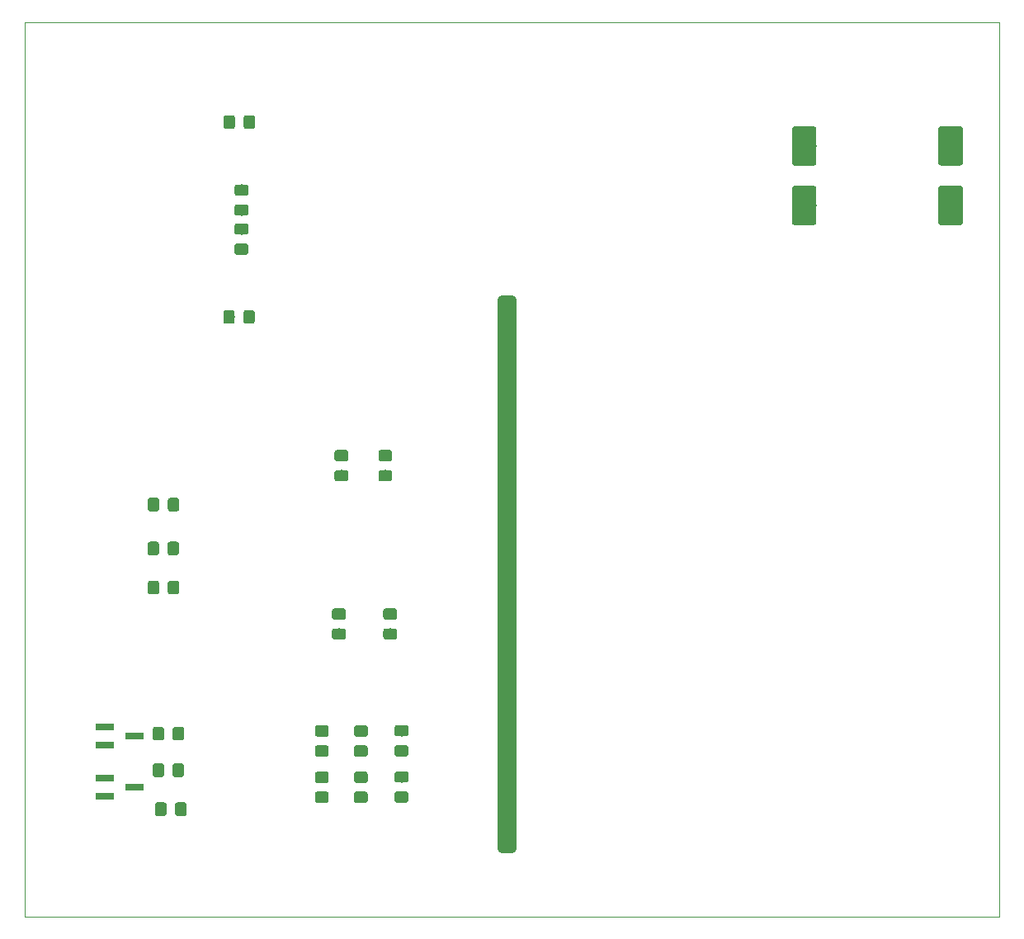
<source format=gbr>
%TF.GenerationSoftware,KiCad,Pcbnew,(5.1.0)-1*%
%TF.CreationDate,2019-10-03T23:56:52+02:00*%
%TF.ProjectId,KicadJE_RIAA,4b696361-644a-4455-9f52-4941412e6b69,rev?*%
%TF.SameCoordinates,Original*%
%TF.FileFunction,Paste,Top*%
%TF.FilePolarity,Positive*%
%FSLAX46Y46*%
G04 Gerber Fmt 4.6, Leading zero omitted, Abs format (unit mm)*
G04 Created by KiCad (PCBNEW (5.1.0)-1) date 2019-10-03 23:56:52*
%MOMM*%
%LPD*%
G04 APERTURE LIST*
%ADD10C,1.000000*%
%ADD11C,0.050000*%
%ADD12C,0.150000*%
%ADD13C,2.500000*%
%ADD14C,1.150000*%
%ADD15R,1.900000X0.800000*%
G04 APERTURE END LIST*
D10*
X99000000Y-138500000D02*
X100000000Y-138500000D01*
X99000000Y-82250000D02*
X99000000Y-138500000D01*
X100000000Y-82250000D02*
X99000000Y-82250000D01*
X100000000Y-138500000D02*
X100000000Y-82250000D01*
D11*
X50000000Y-145500000D02*
X50000000Y-53750000D01*
X150000000Y-145500000D02*
X50000000Y-145500000D01*
X150000000Y-53750000D02*
X150000000Y-145500000D01*
X50000000Y-53750000D02*
X150000000Y-53750000D01*
D12*
G36*
X131024504Y-70551204D02*
G01*
X131048773Y-70554804D01*
X131072571Y-70560765D01*
X131095671Y-70569030D01*
X131117849Y-70579520D01*
X131138893Y-70592133D01*
X131158598Y-70606747D01*
X131176777Y-70623223D01*
X131193253Y-70641402D01*
X131207867Y-70661107D01*
X131220480Y-70682151D01*
X131230970Y-70704329D01*
X131239235Y-70727429D01*
X131245196Y-70751227D01*
X131248796Y-70775496D01*
X131250000Y-70800000D01*
X131250000Y-74300000D01*
X131248796Y-74324504D01*
X131245196Y-74348773D01*
X131239235Y-74372571D01*
X131230970Y-74395671D01*
X131220480Y-74417849D01*
X131207867Y-74438893D01*
X131193253Y-74458598D01*
X131176777Y-74476777D01*
X131158598Y-74493253D01*
X131138893Y-74507867D01*
X131117849Y-74520480D01*
X131095671Y-74530970D01*
X131072571Y-74539235D01*
X131048773Y-74545196D01*
X131024504Y-74548796D01*
X131000000Y-74550000D01*
X129000000Y-74550000D01*
X128975496Y-74548796D01*
X128951227Y-74545196D01*
X128927429Y-74539235D01*
X128904329Y-74530970D01*
X128882151Y-74520480D01*
X128861107Y-74507867D01*
X128841402Y-74493253D01*
X128823223Y-74476777D01*
X128806747Y-74458598D01*
X128792133Y-74438893D01*
X128779520Y-74417849D01*
X128769030Y-74395671D01*
X128760765Y-74372571D01*
X128754804Y-74348773D01*
X128751204Y-74324504D01*
X128750000Y-74300000D01*
X128750000Y-70800000D01*
X128751204Y-70775496D01*
X128754804Y-70751227D01*
X128760765Y-70727429D01*
X128769030Y-70704329D01*
X128779520Y-70682151D01*
X128792133Y-70661107D01*
X128806747Y-70641402D01*
X128823223Y-70623223D01*
X128841402Y-70606747D01*
X128861107Y-70592133D01*
X128882151Y-70579520D01*
X128904329Y-70569030D01*
X128927429Y-70560765D01*
X128951227Y-70554804D01*
X128975496Y-70551204D01*
X129000000Y-70550000D01*
X131000000Y-70550000D01*
X131024504Y-70551204D01*
X131024504Y-70551204D01*
G37*
D13*
X130000000Y-72550000D03*
D12*
G36*
X131024504Y-64451204D02*
G01*
X131048773Y-64454804D01*
X131072571Y-64460765D01*
X131095671Y-64469030D01*
X131117849Y-64479520D01*
X131138893Y-64492133D01*
X131158598Y-64506747D01*
X131176777Y-64523223D01*
X131193253Y-64541402D01*
X131207867Y-64561107D01*
X131220480Y-64582151D01*
X131230970Y-64604329D01*
X131239235Y-64627429D01*
X131245196Y-64651227D01*
X131248796Y-64675496D01*
X131250000Y-64700000D01*
X131250000Y-68200000D01*
X131248796Y-68224504D01*
X131245196Y-68248773D01*
X131239235Y-68272571D01*
X131230970Y-68295671D01*
X131220480Y-68317849D01*
X131207867Y-68338893D01*
X131193253Y-68358598D01*
X131176777Y-68376777D01*
X131158598Y-68393253D01*
X131138893Y-68407867D01*
X131117849Y-68420480D01*
X131095671Y-68430970D01*
X131072571Y-68439235D01*
X131048773Y-68445196D01*
X131024504Y-68448796D01*
X131000000Y-68450000D01*
X129000000Y-68450000D01*
X128975496Y-68448796D01*
X128951227Y-68445196D01*
X128927429Y-68439235D01*
X128904329Y-68430970D01*
X128882151Y-68420480D01*
X128861107Y-68407867D01*
X128841402Y-68393253D01*
X128823223Y-68376777D01*
X128806747Y-68358598D01*
X128792133Y-68338893D01*
X128779520Y-68317849D01*
X128769030Y-68295671D01*
X128760765Y-68272571D01*
X128754804Y-68248773D01*
X128751204Y-68224504D01*
X128750000Y-68200000D01*
X128750000Y-64700000D01*
X128751204Y-64675496D01*
X128754804Y-64651227D01*
X128760765Y-64627429D01*
X128769030Y-64604329D01*
X128779520Y-64582151D01*
X128792133Y-64561107D01*
X128806747Y-64541402D01*
X128823223Y-64523223D01*
X128841402Y-64506747D01*
X128861107Y-64492133D01*
X128882151Y-64479520D01*
X128904329Y-64469030D01*
X128927429Y-64460765D01*
X128951227Y-64454804D01*
X128975496Y-64451204D01*
X129000000Y-64450000D01*
X131000000Y-64450000D01*
X131024504Y-64451204D01*
X131024504Y-64451204D01*
G37*
D13*
X130000000Y-66450000D03*
D12*
G36*
X146024504Y-64451204D02*
G01*
X146048773Y-64454804D01*
X146072571Y-64460765D01*
X146095671Y-64469030D01*
X146117849Y-64479520D01*
X146138893Y-64492133D01*
X146158598Y-64506747D01*
X146176777Y-64523223D01*
X146193253Y-64541402D01*
X146207867Y-64561107D01*
X146220480Y-64582151D01*
X146230970Y-64604329D01*
X146239235Y-64627429D01*
X146245196Y-64651227D01*
X146248796Y-64675496D01*
X146250000Y-64700000D01*
X146250000Y-68200000D01*
X146248796Y-68224504D01*
X146245196Y-68248773D01*
X146239235Y-68272571D01*
X146230970Y-68295671D01*
X146220480Y-68317849D01*
X146207867Y-68338893D01*
X146193253Y-68358598D01*
X146176777Y-68376777D01*
X146158598Y-68393253D01*
X146138893Y-68407867D01*
X146117849Y-68420480D01*
X146095671Y-68430970D01*
X146072571Y-68439235D01*
X146048773Y-68445196D01*
X146024504Y-68448796D01*
X146000000Y-68450000D01*
X144000000Y-68450000D01*
X143975496Y-68448796D01*
X143951227Y-68445196D01*
X143927429Y-68439235D01*
X143904329Y-68430970D01*
X143882151Y-68420480D01*
X143861107Y-68407867D01*
X143841402Y-68393253D01*
X143823223Y-68376777D01*
X143806747Y-68358598D01*
X143792133Y-68338893D01*
X143779520Y-68317849D01*
X143769030Y-68295671D01*
X143760765Y-68272571D01*
X143754804Y-68248773D01*
X143751204Y-68224504D01*
X143750000Y-68200000D01*
X143750000Y-64700000D01*
X143751204Y-64675496D01*
X143754804Y-64651227D01*
X143760765Y-64627429D01*
X143769030Y-64604329D01*
X143779520Y-64582151D01*
X143792133Y-64561107D01*
X143806747Y-64541402D01*
X143823223Y-64523223D01*
X143841402Y-64506747D01*
X143861107Y-64492133D01*
X143882151Y-64479520D01*
X143904329Y-64469030D01*
X143927429Y-64460765D01*
X143951227Y-64454804D01*
X143975496Y-64451204D01*
X144000000Y-64450000D01*
X146000000Y-64450000D01*
X146024504Y-64451204D01*
X146024504Y-64451204D01*
G37*
D13*
X145000000Y-66450000D03*
D12*
G36*
X146024504Y-70551204D02*
G01*
X146048773Y-70554804D01*
X146072571Y-70560765D01*
X146095671Y-70569030D01*
X146117849Y-70579520D01*
X146138893Y-70592133D01*
X146158598Y-70606747D01*
X146176777Y-70623223D01*
X146193253Y-70641402D01*
X146207867Y-70661107D01*
X146220480Y-70682151D01*
X146230970Y-70704329D01*
X146239235Y-70727429D01*
X146245196Y-70751227D01*
X146248796Y-70775496D01*
X146250000Y-70800000D01*
X146250000Y-74300000D01*
X146248796Y-74324504D01*
X146245196Y-74348773D01*
X146239235Y-74372571D01*
X146230970Y-74395671D01*
X146220480Y-74417849D01*
X146207867Y-74438893D01*
X146193253Y-74458598D01*
X146176777Y-74476777D01*
X146158598Y-74493253D01*
X146138893Y-74507867D01*
X146117849Y-74520480D01*
X146095671Y-74530970D01*
X146072571Y-74539235D01*
X146048773Y-74545196D01*
X146024504Y-74548796D01*
X146000000Y-74550000D01*
X144000000Y-74550000D01*
X143975496Y-74548796D01*
X143951227Y-74545196D01*
X143927429Y-74539235D01*
X143904329Y-74530970D01*
X143882151Y-74520480D01*
X143861107Y-74507867D01*
X143841402Y-74493253D01*
X143823223Y-74476777D01*
X143806747Y-74458598D01*
X143792133Y-74438893D01*
X143779520Y-74417849D01*
X143769030Y-74395671D01*
X143760765Y-74372571D01*
X143754804Y-74348773D01*
X143751204Y-74324504D01*
X143750000Y-74300000D01*
X143750000Y-70800000D01*
X143751204Y-70775496D01*
X143754804Y-70751227D01*
X143760765Y-70727429D01*
X143769030Y-70704329D01*
X143779520Y-70682151D01*
X143792133Y-70661107D01*
X143806747Y-70641402D01*
X143823223Y-70623223D01*
X143841402Y-70606747D01*
X143861107Y-70592133D01*
X143882151Y-70579520D01*
X143904329Y-70569030D01*
X143927429Y-70560765D01*
X143951227Y-70554804D01*
X143975496Y-70551204D01*
X144000000Y-70550000D01*
X146000000Y-70550000D01*
X146024504Y-70551204D01*
X146024504Y-70551204D01*
G37*
D13*
X145000000Y-72550000D03*
D12*
G36*
X131024504Y-64451204D02*
G01*
X131048773Y-64454804D01*
X131072571Y-64460765D01*
X131095671Y-64469030D01*
X131117849Y-64479520D01*
X131138893Y-64492133D01*
X131158598Y-64506747D01*
X131176777Y-64523223D01*
X131193253Y-64541402D01*
X131207867Y-64561107D01*
X131220480Y-64582151D01*
X131230970Y-64604329D01*
X131239235Y-64627429D01*
X131245196Y-64651227D01*
X131248796Y-64675496D01*
X131250000Y-64700000D01*
X131250000Y-68200000D01*
X131248796Y-68224504D01*
X131245196Y-68248773D01*
X131239235Y-68272571D01*
X131230970Y-68295671D01*
X131220480Y-68317849D01*
X131207867Y-68338893D01*
X131193253Y-68358598D01*
X131176777Y-68376777D01*
X131158598Y-68393253D01*
X131138893Y-68407867D01*
X131117849Y-68420480D01*
X131095671Y-68430970D01*
X131072571Y-68439235D01*
X131048773Y-68445196D01*
X131024504Y-68448796D01*
X131000000Y-68450000D01*
X129000000Y-68450000D01*
X128975496Y-68448796D01*
X128951227Y-68445196D01*
X128927429Y-68439235D01*
X128904329Y-68430970D01*
X128882151Y-68420480D01*
X128861107Y-68407867D01*
X128841402Y-68393253D01*
X128823223Y-68376777D01*
X128806747Y-68358598D01*
X128792133Y-68338893D01*
X128779520Y-68317849D01*
X128769030Y-68295671D01*
X128760765Y-68272571D01*
X128754804Y-68248773D01*
X128751204Y-68224504D01*
X128750000Y-68200000D01*
X128750000Y-64700000D01*
X128751204Y-64675496D01*
X128754804Y-64651227D01*
X128760765Y-64627429D01*
X128769030Y-64604329D01*
X128779520Y-64582151D01*
X128792133Y-64561107D01*
X128806747Y-64541402D01*
X128823223Y-64523223D01*
X128841402Y-64506747D01*
X128861107Y-64492133D01*
X128882151Y-64479520D01*
X128904329Y-64469030D01*
X128927429Y-64460765D01*
X128951227Y-64454804D01*
X128975496Y-64451204D01*
X129000000Y-64450000D01*
X131000000Y-64450000D01*
X131024504Y-64451204D01*
X131024504Y-64451204D01*
G37*
D13*
X130000000Y-66450000D03*
D12*
G36*
X131024504Y-70551204D02*
G01*
X131048773Y-70554804D01*
X131072571Y-70560765D01*
X131095671Y-70569030D01*
X131117849Y-70579520D01*
X131138893Y-70592133D01*
X131158598Y-70606747D01*
X131176777Y-70623223D01*
X131193253Y-70641402D01*
X131207867Y-70661107D01*
X131220480Y-70682151D01*
X131230970Y-70704329D01*
X131239235Y-70727429D01*
X131245196Y-70751227D01*
X131248796Y-70775496D01*
X131250000Y-70800000D01*
X131250000Y-74300000D01*
X131248796Y-74324504D01*
X131245196Y-74348773D01*
X131239235Y-74372571D01*
X131230970Y-74395671D01*
X131220480Y-74417849D01*
X131207867Y-74438893D01*
X131193253Y-74458598D01*
X131176777Y-74476777D01*
X131158598Y-74493253D01*
X131138893Y-74507867D01*
X131117849Y-74520480D01*
X131095671Y-74530970D01*
X131072571Y-74539235D01*
X131048773Y-74545196D01*
X131024504Y-74548796D01*
X131000000Y-74550000D01*
X129000000Y-74550000D01*
X128975496Y-74548796D01*
X128951227Y-74545196D01*
X128927429Y-74539235D01*
X128904329Y-74530970D01*
X128882151Y-74520480D01*
X128861107Y-74507867D01*
X128841402Y-74493253D01*
X128823223Y-74476777D01*
X128806747Y-74458598D01*
X128792133Y-74438893D01*
X128779520Y-74417849D01*
X128769030Y-74395671D01*
X128760765Y-74372571D01*
X128754804Y-74348773D01*
X128751204Y-74324504D01*
X128750000Y-74300000D01*
X128750000Y-70800000D01*
X128751204Y-70775496D01*
X128754804Y-70751227D01*
X128760765Y-70727429D01*
X128769030Y-70704329D01*
X128779520Y-70682151D01*
X128792133Y-70661107D01*
X128806747Y-70641402D01*
X128823223Y-70623223D01*
X128841402Y-70606747D01*
X128861107Y-70592133D01*
X128882151Y-70579520D01*
X128904329Y-70569030D01*
X128927429Y-70560765D01*
X128951227Y-70554804D01*
X128975496Y-70551204D01*
X129000000Y-70550000D01*
X131000000Y-70550000D01*
X131024504Y-70551204D01*
X131024504Y-70551204D01*
G37*
D13*
X130000000Y-72550000D03*
D12*
G36*
X146024504Y-70551204D02*
G01*
X146048773Y-70554804D01*
X146072571Y-70560765D01*
X146095671Y-70569030D01*
X146117849Y-70579520D01*
X146138893Y-70592133D01*
X146158598Y-70606747D01*
X146176777Y-70623223D01*
X146193253Y-70641402D01*
X146207867Y-70661107D01*
X146220480Y-70682151D01*
X146230970Y-70704329D01*
X146239235Y-70727429D01*
X146245196Y-70751227D01*
X146248796Y-70775496D01*
X146250000Y-70800000D01*
X146250000Y-74300000D01*
X146248796Y-74324504D01*
X146245196Y-74348773D01*
X146239235Y-74372571D01*
X146230970Y-74395671D01*
X146220480Y-74417849D01*
X146207867Y-74438893D01*
X146193253Y-74458598D01*
X146176777Y-74476777D01*
X146158598Y-74493253D01*
X146138893Y-74507867D01*
X146117849Y-74520480D01*
X146095671Y-74530970D01*
X146072571Y-74539235D01*
X146048773Y-74545196D01*
X146024504Y-74548796D01*
X146000000Y-74550000D01*
X144000000Y-74550000D01*
X143975496Y-74548796D01*
X143951227Y-74545196D01*
X143927429Y-74539235D01*
X143904329Y-74530970D01*
X143882151Y-74520480D01*
X143861107Y-74507867D01*
X143841402Y-74493253D01*
X143823223Y-74476777D01*
X143806747Y-74458598D01*
X143792133Y-74438893D01*
X143779520Y-74417849D01*
X143769030Y-74395671D01*
X143760765Y-74372571D01*
X143754804Y-74348773D01*
X143751204Y-74324504D01*
X143750000Y-74300000D01*
X143750000Y-70800000D01*
X143751204Y-70775496D01*
X143754804Y-70751227D01*
X143760765Y-70727429D01*
X143769030Y-70704329D01*
X143779520Y-70682151D01*
X143792133Y-70661107D01*
X143806747Y-70641402D01*
X143823223Y-70623223D01*
X143841402Y-70606747D01*
X143861107Y-70592133D01*
X143882151Y-70579520D01*
X143904329Y-70569030D01*
X143927429Y-70560765D01*
X143951227Y-70554804D01*
X143975496Y-70551204D01*
X144000000Y-70550000D01*
X146000000Y-70550000D01*
X146024504Y-70551204D01*
X146024504Y-70551204D01*
G37*
D13*
X145000000Y-72550000D03*
D12*
G36*
X146024504Y-64451204D02*
G01*
X146048773Y-64454804D01*
X146072571Y-64460765D01*
X146095671Y-64469030D01*
X146117849Y-64479520D01*
X146138893Y-64492133D01*
X146158598Y-64506747D01*
X146176777Y-64523223D01*
X146193253Y-64541402D01*
X146207867Y-64561107D01*
X146220480Y-64582151D01*
X146230970Y-64604329D01*
X146239235Y-64627429D01*
X146245196Y-64651227D01*
X146248796Y-64675496D01*
X146250000Y-64700000D01*
X146250000Y-68200000D01*
X146248796Y-68224504D01*
X146245196Y-68248773D01*
X146239235Y-68272571D01*
X146230970Y-68295671D01*
X146220480Y-68317849D01*
X146207867Y-68338893D01*
X146193253Y-68358598D01*
X146176777Y-68376777D01*
X146158598Y-68393253D01*
X146138893Y-68407867D01*
X146117849Y-68420480D01*
X146095671Y-68430970D01*
X146072571Y-68439235D01*
X146048773Y-68445196D01*
X146024504Y-68448796D01*
X146000000Y-68450000D01*
X144000000Y-68450000D01*
X143975496Y-68448796D01*
X143951227Y-68445196D01*
X143927429Y-68439235D01*
X143904329Y-68430970D01*
X143882151Y-68420480D01*
X143861107Y-68407867D01*
X143841402Y-68393253D01*
X143823223Y-68376777D01*
X143806747Y-68358598D01*
X143792133Y-68338893D01*
X143779520Y-68317849D01*
X143769030Y-68295671D01*
X143760765Y-68272571D01*
X143754804Y-68248773D01*
X143751204Y-68224504D01*
X143750000Y-68200000D01*
X143750000Y-64700000D01*
X143751204Y-64675496D01*
X143754804Y-64651227D01*
X143760765Y-64627429D01*
X143769030Y-64604329D01*
X143779520Y-64582151D01*
X143792133Y-64561107D01*
X143806747Y-64541402D01*
X143823223Y-64523223D01*
X143841402Y-64506747D01*
X143861107Y-64492133D01*
X143882151Y-64479520D01*
X143904329Y-64469030D01*
X143927429Y-64460765D01*
X143951227Y-64454804D01*
X143975496Y-64451204D01*
X144000000Y-64450000D01*
X146000000Y-64450000D01*
X146024504Y-64451204D01*
X146024504Y-64451204D01*
G37*
D13*
X145000000Y-66450000D03*
D12*
G36*
X73399505Y-63301204D02*
G01*
X73423773Y-63304804D01*
X73447572Y-63310765D01*
X73470671Y-63319030D01*
X73492850Y-63329520D01*
X73513893Y-63342132D01*
X73533599Y-63356747D01*
X73551777Y-63373223D01*
X73568253Y-63391401D01*
X73582868Y-63411107D01*
X73595480Y-63432150D01*
X73605970Y-63454329D01*
X73614235Y-63477428D01*
X73620196Y-63501227D01*
X73623796Y-63525495D01*
X73625000Y-63549999D01*
X73625000Y-64450001D01*
X73623796Y-64474505D01*
X73620196Y-64498773D01*
X73614235Y-64522572D01*
X73605970Y-64545671D01*
X73595480Y-64567850D01*
X73582868Y-64588893D01*
X73568253Y-64608599D01*
X73551777Y-64626777D01*
X73533599Y-64643253D01*
X73513893Y-64657868D01*
X73492850Y-64670480D01*
X73470671Y-64680970D01*
X73447572Y-64689235D01*
X73423773Y-64695196D01*
X73399505Y-64698796D01*
X73375001Y-64700000D01*
X72724999Y-64700000D01*
X72700495Y-64698796D01*
X72676227Y-64695196D01*
X72652428Y-64689235D01*
X72629329Y-64680970D01*
X72607150Y-64670480D01*
X72586107Y-64657868D01*
X72566401Y-64643253D01*
X72548223Y-64626777D01*
X72531747Y-64608599D01*
X72517132Y-64588893D01*
X72504520Y-64567850D01*
X72494030Y-64545671D01*
X72485765Y-64522572D01*
X72479804Y-64498773D01*
X72476204Y-64474505D01*
X72475000Y-64450001D01*
X72475000Y-63549999D01*
X72476204Y-63525495D01*
X72479804Y-63501227D01*
X72485765Y-63477428D01*
X72494030Y-63454329D01*
X72504520Y-63432150D01*
X72517132Y-63411107D01*
X72531747Y-63391401D01*
X72548223Y-63373223D01*
X72566401Y-63356747D01*
X72586107Y-63342132D01*
X72607150Y-63329520D01*
X72629329Y-63319030D01*
X72652428Y-63310765D01*
X72676227Y-63304804D01*
X72700495Y-63301204D01*
X72724999Y-63300000D01*
X73375001Y-63300000D01*
X73399505Y-63301204D01*
X73399505Y-63301204D01*
G37*
D14*
X73050000Y-64000000D03*
D12*
G36*
X71349505Y-63301204D02*
G01*
X71373773Y-63304804D01*
X71397572Y-63310765D01*
X71420671Y-63319030D01*
X71442850Y-63329520D01*
X71463893Y-63342132D01*
X71483599Y-63356747D01*
X71501777Y-63373223D01*
X71518253Y-63391401D01*
X71532868Y-63411107D01*
X71545480Y-63432150D01*
X71555970Y-63454329D01*
X71564235Y-63477428D01*
X71570196Y-63501227D01*
X71573796Y-63525495D01*
X71575000Y-63549999D01*
X71575000Y-64450001D01*
X71573796Y-64474505D01*
X71570196Y-64498773D01*
X71564235Y-64522572D01*
X71555970Y-64545671D01*
X71545480Y-64567850D01*
X71532868Y-64588893D01*
X71518253Y-64608599D01*
X71501777Y-64626777D01*
X71483599Y-64643253D01*
X71463893Y-64657868D01*
X71442850Y-64670480D01*
X71420671Y-64680970D01*
X71397572Y-64689235D01*
X71373773Y-64695196D01*
X71349505Y-64698796D01*
X71325001Y-64700000D01*
X70674999Y-64700000D01*
X70650495Y-64698796D01*
X70626227Y-64695196D01*
X70602428Y-64689235D01*
X70579329Y-64680970D01*
X70557150Y-64670480D01*
X70536107Y-64657868D01*
X70516401Y-64643253D01*
X70498223Y-64626777D01*
X70481747Y-64608599D01*
X70467132Y-64588893D01*
X70454520Y-64567850D01*
X70444030Y-64545671D01*
X70435765Y-64522572D01*
X70429804Y-64498773D01*
X70426204Y-64474505D01*
X70425000Y-64450001D01*
X70425000Y-63549999D01*
X70426204Y-63525495D01*
X70429804Y-63501227D01*
X70435765Y-63477428D01*
X70444030Y-63454329D01*
X70454520Y-63432150D01*
X70467132Y-63411107D01*
X70481747Y-63391401D01*
X70498223Y-63373223D01*
X70516401Y-63356747D01*
X70536107Y-63342132D01*
X70557150Y-63329520D01*
X70579329Y-63319030D01*
X70602428Y-63310765D01*
X70626227Y-63304804D01*
X70650495Y-63301204D01*
X70674999Y-63300000D01*
X71325001Y-63300000D01*
X71349505Y-63301204D01*
X71349505Y-63301204D01*
G37*
D14*
X71000000Y-64000000D03*
D12*
G36*
X71324505Y-83301204D02*
G01*
X71348773Y-83304804D01*
X71372572Y-83310765D01*
X71395671Y-83319030D01*
X71417850Y-83329520D01*
X71438893Y-83342132D01*
X71458599Y-83356747D01*
X71476777Y-83373223D01*
X71493253Y-83391401D01*
X71507868Y-83411107D01*
X71520480Y-83432150D01*
X71530970Y-83454329D01*
X71539235Y-83477428D01*
X71545196Y-83501227D01*
X71548796Y-83525495D01*
X71550000Y-83549999D01*
X71550000Y-84450001D01*
X71548796Y-84474505D01*
X71545196Y-84498773D01*
X71539235Y-84522572D01*
X71530970Y-84545671D01*
X71520480Y-84567850D01*
X71507868Y-84588893D01*
X71493253Y-84608599D01*
X71476777Y-84626777D01*
X71458599Y-84643253D01*
X71438893Y-84657868D01*
X71417850Y-84670480D01*
X71395671Y-84680970D01*
X71372572Y-84689235D01*
X71348773Y-84695196D01*
X71324505Y-84698796D01*
X71300001Y-84700000D01*
X70649999Y-84700000D01*
X70625495Y-84698796D01*
X70601227Y-84695196D01*
X70577428Y-84689235D01*
X70554329Y-84680970D01*
X70532150Y-84670480D01*
X70511107Y-84657868D01*
X70491401Y-84643253D01*
X70473223Y-84626777D01*
X70456747Y-84608599D01*
X70442132Y-84588893D01*
X70429520Y-84567850D01*
X70419030Y-84545671D01*
X70410765Y-84522572D01*
X70404804Y-84498773D01*
X70401204Y-84474505D01*
X70400000Y-84450001D01*
X70400000Y-83549999D01*
X70401204Y-83525495D01*
X70404804Y-83501227D01*
X70410765Y-83477428D01*
X70419030Y-83454329D01*
X70429520Y-83432150D01*
X70442132Y-83411107D01*
X70456747Y-83391401D01*
X70473223Y-83373223D01*
X70491401Y-83356747D01*
X70511107Y-83342132D01*
X70532150Y-83329520D01*
X70554329Y-83319030D01*
X70577428Y-83310765D01*
X70601227Y-83304804D01*
X70625495Y-83301204D01*
X70649999Y-83300000D01*
X71300001Y-83300000D01*
X71324505Y-83301204D01*
X71324505Y-83301204D01*
G37*
D14*
X70975000Y-84000000D03*
D12*
G36*
X73374505Y-83301204D02*
G01*
X73398773Y-83304804D01*
X73422572Y-83310765D01*
X73445671Y-83319030D01*
X73467850Y-83329520D01*
X73488893Y-83342132D01*
X73508599Y-83356747D01*
X73526777Y-83373223D01*
X73543253Y-83391401D01*
X73557868Y-83411107D01*
X73570480Y-83432150D01*
X73580970Y-83454329D01*
X73589235Y-83477428D01*
X73595196Y-83501227D01*
X73598796Y-83525495D01*
X73600000Y-83549999D01*
X73600000Y-84450001D01*
X73598796Y-84474505D01*
X73595196Y-84498773D01*
X73589235Y-84522572D01*
X73580970Y-84545671D01*
X73570480Y-84567850D01*
X73557868Y-84588893D01*
X73543253Y-84608599D01*
X73526777Y-84626777D01*
X73508599Y-84643253D01*
X73488893Y-84657868D01*
X73467850Y-84670480D01*
X73445671Y-84680970D01*
X73422572Y-84689235D01*
X73398773Y-84695196D01*
X73374505Y-84698796D01*
X73350001Y-84700000D01*
X72699999Y-84700000D01*
X72675495Y-84698796D01*
X72651227Y-84695196D01*
X72627428Y-84689235D01*
X72604329Y-84680970D01*
X72582150Y-84670480D01*
X72561107Y-84657868D01*
X72541401Y-84643253D01*
X72523223Y-84626777D01*
X72506747Y-84608599D01*
X72492132Y-84588893D01*
X72479520Y-84567850D01*
X72469030Y-84545671D01*
X72460765Y-84522572D01*
X72454804Y-84498773D01*
X72451204Y-84474505D01*
X72450000Y-84450001D01*
X72450000Y-83549999D01*
X72451204Y-83525495D01*
X72454804Y-83501227D01*
X72460765Y-83477428D01*
X72469030Y-83454329D01*
X72479520Y-83432150D01*
X72492132Y-83411107D01*
X72506747Y-83391401D01*
X72523223Y-83373223D01*
X72541401Y-83356747D01*
X72561107Y-83342132D01*
X72582150Y-83329520D01*
X72604329Y-83319030D01*
X72627428Y-83310765D01*
X72651227Y-83304804D01*
X72675495Y-83301204D01*
X72699999Y-83300000D01*
X73350001Y-83300000D01*
X73374505Y-83301204D01*
X73374505Y-83301204D01*
G37*
D14*
X73025000Y-84000000D03*
D12*
G36*
X72724505Y-72451204D02*
G01*
X72748773Y-72454804D01*
X72772572Y-72460765D01*
X72795671Y-72469030D01*
X72817850Y-72479520D01*
X72838893Y-72492132D01*
X72858599Y-72506747D01*
X72876777Y-72523223D01*
X72893253Y-72541401D01*
X72907868Y-72561107D01*
X72920480Y-72582150D01*
X72930970Y-72604329D01*
X72939235Y-72627428D01*
X72945196Y-72651227D01*
X72948796Y-72675495D01*
X72950000Y-72699999D01*
X72950000Y-73350001D01*
X72948796Y-73374505D01*
X72945196Y-73398773D01*
X72939235Y-73422572D01*
X72930970Y-73445671D01*
X72920480Y-73467850D01*
X72907868Y-73488893D01*
X72893253Y-73508599D01*
X72876777Y-73526777D01*
X72858599Y-73543253D01*
X72838893Y-73557868D01*
X72817850Y-73570480D01*
X72795671Y-73580970D01*
X72772572Y-73589235D01*
X72748773Y-73595196D01*
X72724505Y-73598796D01*
X72700001Y-73600000D01*
X71799999Y-73600000D01*
X71775495Y-73598796D01*
X71751227Y-73595196D01*
X71727428Y-73589235D01*
X71704329Y-73580970D01*
X71682150Y-73570480D01*
X71661107Y-73557868D01*
X71641401Y-73543253D01*
X71623223Y-73526777D01*
X71606747Y-73508599D01*
X71592132Y-73488893D01*
X71579520Y-73467850D01*
X71569030Y-73445671D01*
X71560765Y-73422572D01*
X71554804Y-73398773D01*
X71551204Y-73374505D01*
X71550000Y-73350001D01*
X71550000Y-72699999D01*
X71551204Y-72675495D01*
X71554804Y-72651227D01*
X71560765Y-72627428D01*
X71569030Y-72604329D01*
X71579520Y-72582150D01*
X71592132Y-72561107D01*
X71606747Y-72541401D01*
X71623223Y-72523223D01*
X71641401Y-72506747D01*
X71661107Y-72492132D01*
X71682150Y-72479520D01*
X71704329Y-72469030D01*
X71727428Y-72460765D01*
X71751227Y-72454804D01*
X71775495Y-72451204D01*
X71799999Y-72450000D01*
X72700001Y-72450000D01*
X72724505Y-72451204D01*
X72724505Y-72451204D01*
G37*
D14*
X72250000Y-73025000D03*
D12*
G36*
X72724505Y-70401204D02*
G01*
X72748773Y-70404804D01*
X72772572Y-70410765D01*
X72795671Y-70419030D01*
X72817850Y-70429520D01*
X72838893Y-70442132D01*
X72858599Y-70456747D01*
X72876777Y-70473223D01*
X72893253Y-70491401D01*
X72907868Y-70511107D01*
X72920480Y-70532150D01*
X72930970Y-70554329D01*
X72939235Y-70577428D01*
X72945196Y-70601227D01*
X72948796Y-70625495D01*
X72950000Y-70649999D01*
X72950000Y-71300001D01*
X72948796Y-71324505D01*
X72945196Y-71348773D01*
X72939235Y-71372572D01*
X72930970Y-71395671D01*
X72920480Y-71417850D01*
X72907868Y-71438893D01*
X72893253Y-71458599D01*
X72876777Y-71476777D01*
X72858599Y-71493253D01*
X72838893Y-71507868D01*
X72817850Y-71520480D01*
X72795671Y-71530970D01*
X72772572Y-71539235D01*
X72748773Y-71545196D01*
X72724505Y-71548796D01*
X72700001Y-71550000D01*
X71799999Y-71550000D01*
X71775495Y-71548796D01*
X71751227Y-71545196D01*
X71727428Y-71539235D01*
X71704329Y-71530970D01*
X71682150Y-71520480D01*
X71661107Y-71507868D01*
X71641401Y-71493253D01*
X71623223Y-71476777D01*
X71606747Y-71458599D01*
X71592132Y-71438893D01*
X71579520Y-71417850D01*
X71569030Y-71395671D01*
X71560765Y-71372572D01*
X71554804Y-71348773D01*
X71551204Y-71324505D01*
X71550000Y-71300001D01*
X71550000Y-70649999D01*
X71551204Y-70625495D01*
X71554804Y-70601227D01*
X71560765Y-70577428D01*
X71569030Y-70554329D01*
X71579520Y-70532150D01*
X71592132Y-70511107D01*
X71606747Y-70491401D01*
X71623223Y-70473223D01*
X71641401Y-70456747D01*
X71661107Y-70442132D01*
X71682150Y-70429520D01*
X71704329Y-70419030D01*
X71727428Y-70410765D01*
X71751227Y-70404804D01*
X71775495Y-70401204D01*
X71799999Y-70400000D01*
X72700001Y-70400000D01*
X72724505Y-70401204D01*
X72724505Y-70401204D01*
G37*
D14*
X72250000Y-70975000D03*
D12*
G36*
X72724505Y-74401204D02*
G01*
X72748773Y-74404804D01*
X72772572Y-74410765D01*
X72795671Y-74419030D01*
X72817850Y-74429520D01*
X72838893Y-74442132D01*
X72858599Y-74456747D01*
X72876777Y-74473223D01*
X72893253Y-74491401D01*
X72907868Y-74511107D01*
X72920480Y-74532150D01*
X72930970Y-74554329D01*
X72939235Y-74577428D01*
X72945196Y-74601227D01*
X72948796Y-74625495D01*
X72950000Y-74649999D01*
X72950000Y-75300001D01*
X72948796Y-75324505D01*
X72945196Y-75348773D01*
X72939235Y-75372572D01*
X72930970Y-75395671D01*
X72920480Y-75417850D01*
X72907868Y-75438893D01*
X72893253Y-75458599D01*
X72876777Y-75476777D01*
X72858599Y-75493253D01*
X72838893Y-75507868D01*
X72817850Y-75520480D01*
X72795671Y-75530970D01*
X72772572Y-75539235D01*
X72748773Y-75545196D01*
X72724505Y-75548796D01*
X72700001Y-75550000D01*
X71799999Y-75550000D01*
X71775495Y-75548796D01*
X71751227Y-75545196D01*
X71727428Y-75539235D01*
X71704329Y-75530970D01*
X71682150Y-75520480D01*
X71661107Y-75507868D01*
X71641401Y-75493253D01*
X71623223Y-75476777D01*
X71606747Y-75458599D01*
X71592132Y-75438893D01*
X71579520Y-75417850D01*
X71569030Y-75395671D01*
X71560765Y-75372572D01*
X71554804Y-75348773D01*
X71551204Y-75324505D01*
X71550000Y-75300001D01*
X71550000Y-74649999D01*
X71551204Y-74625495D01*
X71554804Y-74601227D01*
X71560765Y-74577428D01*
X71569030Y-74554329D01*
X71579520Y-74532150D01*
X71592132Y-74511107D01*
X71606747Y-74491401D01*
X71623223Y-74473223D01*
X71641401Y-74456747D01*
X71661107Y-74442132D01*
X71682150Y-74429520D01*
X71704329Y-74419030D01*
X71727428Y-74410765D01*
X71751227Y-74404804D01*
X71775495Y-74401204D01*
X71799999Y-74400000D01*
X72700001Y-74400000D01*
X72724505Y-74401204D01*
X72724505Y-74401204D01*
G37*
D14*
X72250000Y-74975000D03*
D12*
G36*
X72724505Y-76451204D02*
G01*
X72748773Y-76454804D01*
X72772572Y-76460765D01*
X72795671Y-76469030D01*
X72817850Y-76479520D01*
X72838893Y-76492132D01*
X72858599Y-76506747D01*
X72876777Y-76523223D01*
X72893253Y-76541401D01*
X72907868Y-76561107D01*
X72920480Y-76582150D01*
X72930970Y-76604329D01*
X72939235Y-76627428D01*
X72945196Y-76651227D01*
X72948796Y-76675495D01*
X72950000Y-76699999D01*
X72950000Y-77350001D01*
X72948796Y-77374505D01*
X72945196Y-77398773D01*
X72939235Y-77422572D01*
X72930970Y-77445671D01*
X72920480Y-77467850D01*
X72907868Y-77488893D01*
X72893253Y-77508599D01*
X72876777Y-77526777D01*
X72858599Y-77543253D01*
X72838893Y-77557868D01*
X72817850Y-77570480D01*
X72795671Y-77580970D01*
X72772572Y-77589235D01*
X72748773Y-77595196D01*
X72724505Y-77598796D01*
X72700001Y-77600000D01*
X71799999Y-77600000D01*
X71775495Y-77598796D01*
X71751227Y-77595196D01*
X71727428Y-77589235D01*
X71704329Y-77580970D01*
X71682150Y-77570480D01*
X71661107Y-77557868D01*
X71641401Y-77543253D01*
X71623223Y-77526777D01*
X71606747Y-77508599D01*
X71592132Y-77488893D01*
X71579520Y-77467850D01*
X71569030Y-77445671D01*
X71560765Y-77422572D01*
X71554804Y-77398773D01*
X71551204Y-77374505D01*
X71550000Y-77350001D01*
X71550000Y-76699999D01*
X71551204Y-76675495D01*
X71554804Y-76651227D01*
X71560765Y-76627428D01*
X71569030Y-76604329D01*
X71579520Y-76582150D01*
X71592132Y-76561107D01*
X71606747Y-76541401D01*
X71623223Y-76523223D01*
X71641401Y-76506747D01*
X71661107Y-76492132D01*
X71682150Y-76479520D01*
X71704329Y-76469030D01*
X71727428Y-76460765D01*
X71751227Y-76454804D01*
X71775495Y-76451204D01*
X71799999Y-76450000D01*
X72700001Y-76450000D01*
X72724505Y-76451204D01*
X72724505Y-76451204D01*
G37*
D14*
X72250000Y-77025000D03*
D12*
G36*
X87474505Y-99701204D02*
G01*
X87498773Y-99704804D01*
X87522572Y-99710765D01*
X87545671Y-99719030D01*
X87567850Y-99729520D01*
X87588893Y-99742132D01*
X87608599Y-99756747D01*
X87626777Y-99773223D01*
X87643253Y-99791401D01*
X87657868Y-99811107D01*
X87670480Y-99832150D01*
X87680970Y-99854329D01*
X87689235Y-99877428D01*
X87695196Y-99901227D01*
X87698796Y-99925495D01*
X87700000Y-99949999D01*
X87700000Y-100600001D01*
X87698796Y-100624505D01*
X87695196Y-100648773D01*
X87689235Y-100672572D01*
X87680970Y-100695671D01*
X87670480Y-100717850D01*
X87657868Y-100738893D01*
X87643253Y-100758599D01*
X87626777Y-100776777D01*
X87608599Y-100793253D01*
X87588893Y-100807868D01*
X87567850Y-100820480D01*
X87545671Y-100830970D01*
X87522572Y-100839235D01*
X87498773Y-100845196D01*
X87474505Y-100848796D01*
X87450001Y-100850000D01*
X86549999Y-100850000D01*
X86525495Y-100848796D01*
X86501227Y-100845196D01*
X86477428Y-100839235D01*
X86454329Y-100830970D01*
X86432150Y-100820480D01*
X86411107Y-100807868D01*
X86391401Y-100793253D01*
X86373223Y-100776777D01*
X86356747Y-100758599D01*
X86342132Y-100738893D01*
X86329520Y-100717850D01*
X86319030Y-100695671D01*
X86310765Y-100672572D01*
X86304804Y-100648773D01*
X86301204Y-100624505D01*
X86300000Y-100600001D01*
X86300000Y-99949999D01*
X86301204Y-99925495D01*
X86304804Y-99901227D01*
X86310765Y-99877428D01*
X86319030Y-99854329D01*
X86329520Y-99832150D01*
X86342132Y-99811107D01*
X86356747Y-99791401D01*
X86373223Y-99773223D01*
X86391401Y-99756747D01*
X86411107Y-99742132D01*
X86432150Y-99729520D01*
X86454329Y-99719030D01*
X86477428Y-99710765D01*
X86501227Y-99704804D01*
X86525495Y-99701204D01*
X86549999Y-99700000D01*
X87450001Y-99700000D01*
X87474505Y-99701204D01*
X87474505Y-99701204D01*
G37*
D14*
X87000000Y-100275000D03*
D12*
G36*
X87474505Y-97651204D02*
G01*
X87498773Y-97654804D01*
X87522572Y-97660765D01*
X87545671Y-97669030D01*
X87567850Y-97679520D01*
X87588893Y-97692132D01*
X87608599Y-97706747D01*
X87626777Y-97723223D01*
X87643253Y-97741401D01*
X87657868Y-97761107D01*
X87670480Y-97782150D01*
X87680970Y-97804329D01*
X87689235Y-97827428D01*
X87695196Y-97851227D01*
X87698796Y-97875495D01*
X87700000Y-97899999D01*
X87700000Y-98550001D01*
X87698796Y-98574505D01*
X87695196Y-98598773D01*
X87689235Y-98622572D01*
X87680970Y-98645671D01*
X87670480Y-98667850D01*
X87657868Y-98688893D01*
X87643253Y-98708599D01*
X87626777Y-98726777D01*
X87608599Y-98743253D01*
X87588893Y-98757868D01*
X87567850Y-98770480D01*
X87545671Y-98780970D01*
X87522572Y-98789235D01*
X87498773Y-98795196D01*
X87474505Y-98798796D01*
X87450001Y-98800000D01*
X86549999Y-98800000D01*
X86525495Y-98798796D01*
X86501227Y-98795196D01*
X86477428Y-98789235D01*
X86454329Y-98780970D01*
X86432150Y-98770480D01*
X86411107Y-98757868D01*
X86391401Y-98743253D01*
X86373223Y-98726777D01*
X86356747Y-98708599D01*
X86342132Y-98688893D01*
X86329520Y-98667850D01*
X86319030Y-98645671D01*
X86310765Y-98622572D01*
X86304804Y-98598773D01*
X86301204Y-98574505D01*
X86300000Y-98550001D01*
X86300000Y-97899999D01*
X86301204Y-97875495D01*
X86304804Y-97851227D01*
X86310765Y-97827428D01*
X86319030Y-97804329D01*
X86329520Y-97782150D01*
X86342132Y-97761107D01*
X86356747Y-97741401D01*
X86373223Y-97723223D01*
X86391401Y-97706747D01*
X86411107Y-97692132D01*
X86432150Y-97679520D01*
X86454329Y-97669030D01*
X86477428Y-97660765D01*
X86501227Y-97654804D01*
X86525495Y-97651204D01*
X86549999Y-97650000D01*
X87450001Y-97650000D01*
X87474505Y-97651204D01*
X87474505Y-97651204D01*
G37*
D14*
X87000000Y-98225000D03*
D12*
G36*
X87974505Y-113901204D02*
G01*
X87998773Y-113904804D01*
X88022572Y-113910765D01*
X88045671Y-113919030D01*
X88067850Y-113929520D01*
X88088893Y-113942132D01*
X88108599Y-113956747D01*
X88126777Y-113973223D01*
X88143253Y-113991401D01*
X88157868Y-114011107D01*
X88170480Y-114032150D01*
X88180970Y-114054329D01*
X88189235Y-114077428D01*
X88195196Y-114101227D01*
X88198796Y-114125495D01*
X88200000Y-114149999D01*
X88200000Y-114800001D01*
X88198796Y-114824505D01*
X88195196Y-114848773D01*
X88189235Y-114872572D01*
X88180970Y-114895671D01*
X88170480Y-114917850D01*
X88157868Y-114938893D01*
X88143253Y-114958599D01*
X88126777Y-114976777D01*
X88108599Y-114993253D01*
X88088893Y-115007868D01*
X88067850Y-115020480D01*
X88045671Y-115030970D01*
X88022572Y-115039235D01*
X87998773Y-115045196D01*
X87974505Y-115048796D01*
X87950001Y-115050000D01*
X87049999Y-115050000D01*
X87025495Y-115048796D01*
X87001227Y-115045196D01*
X86977428Y-115039235D01*
X86954329Y-115030970D01*
X86932150Y-115020480D01*
X86911107Y-115007868D01*
X86891401Y-114993253D01*
X86873223Y-114976777D01*
X86856747Y-114958599D01*
X86842132Y-114938893D01*
X86829520Y-114917850D01*
X86819030Y-114895671D01*
X86810765Y-114872572D01*
X86804804Y-114848773D01*
X86801204Y-114824505D01*
X86800000Y-114800001D01*
X86800000Y-114149999D01*
X86801204Y-114125495D01*
X86804804Y-114101227D01*
X86810765Y-114077428D01*
X86819030Y-114054329D01*
X86829520Y-114032150D01*
X86842132Y-114011107D01*
X86856747Y-113991401D01*
X86873223Y-113973223D01*
X86891401Y-113956747D01*
X86911107Y-113942132D01*
X86932150Y-113929520D01*
X86954329Y-113919030D01*
X86977428Y-113910765D01*
X87001227Y-113904804D01*
X87025495Y-113901204D01*
X87049999Y-113900000D01*
X87950001Y-113900000D01*
X87974505Y-113901204D01*
X87974505Y-113901204D01*
G37*
D14*
X87500000Y-114475000D03*
D12*
G36*
X87974505Y-115951204D02*
G01*
X87998773Y-115954804D01*
X88022572Y-115960765D01*
X88045671Y-115969030D01*
X88067850Y-115979520D01*
X88088893Y-115992132D01*
X88108599Y-116006747D01*
X88126777Y-116023223D01*
X88143253Y-116041401D01*
X88157868Y-116061107D01*
X88170480Y-116082150D01*
X88180970Y-116104329D01*
X88189235Y-116127428D01*
X88195196Y-116151227D01*
X88198796Y-116175495D01*
X88200000Y-116199999D01*
X88200000Y-116850001D01*
X88198796Y-116874505D01*
X88195196Y-116898773D01*
X88189235Y-116922572D01*
X88180970Y-116945671D01*
X88170480Y-116967850D01*
X88157868Y-116988893D01*
X88143253Y-117008599D01*
X88126777Y-117026777D01*
X88108599Y-117043253D01*
X88088893Y-117057868D01*
X88067850Y-117070480D01*
X88045671Y-117080970D01*
X88022572Y-117089235D01*
X87998773Y-117095196D01*
X87974505Y-117098796D01*
X87950001Y-117100000D01*
X87049999Y-117100000D01*
X87025495Y-117098796D01*
X87001227Y-117095196D01*
X86977428Y-117089235D01*
X86954329Y-117080970D01*
X86932150Y-117070480D01*
X86911107Y-117057868D01*
X86891401Y-117043253D01*
X86873223Y-117026777D01*
X86856747Y-117008599D01*
X86842132Y-116988893D01*
X86829520Y-116967850D01*
X86819030Y-116945671D01*
X86810765Y-116922572D01*
X86804804Y-116898773D01*
X86801204Y-116874505D01*
X86800000Y-116850001D01*
X86800000Y-116199999D01*
X86801204Y-116175495D01*
X86804804Y-116151227D01*
X86810765Y-116127428D01*
X86819030Y-116104329D01*
X86829520Y-116082150D01*
X86842132Y-116061107D01*
X86856747Y-116041401D01*
X86873223Y-116023223D01*
X86891401Y-116006747D01*
X86911107Y-115992132D01*
X86932150Y-115979520D01*
X86954329Y-115969030D01*
X86977428Y-115960765D01*
X87001227Y-115954804D01*
X87025495Y-115951204D01*
X87049999Y-115950000D01*
X87950001Y-115950000D01*
X87974505Y-115951204D01*
X87974505Y-115951204D01*
G37*
D14*
X87500000Y-116525000D03*
D12*
G36*
X82974505Y-99701204D02*
G01*
X82998773Y-99704804D01*
X83022572Y-99710765D01*
X83045671Y-99719030D01*
X83067850Y-99729520D01*
X83088893Y-99742132D01*
X83108599Y-99756747D01*
X83126777Y-99773223D01*
X83143253Y-99791401D01*
X83157868Y-99811107D01*
X83170480Y-99832150D01*
X83180970Y-99854329D01*
X83189235Y-99877428D01*
X83195196Y-99901227D01*
X83198796Y-99925495D01*
X83200000Y-99949999D01*
X83200000Y-100600001D01*
X83198796Y-100624505D01*
X83195196Y-100648773D01*
X83189235Y-100672572D01*
X83180970Y-100695671D01*
X83170480Y-100717850D01*
X83157868Y-100738893D01*
X83143253Y-100758599D01*
X83126777Y-100776777D01*
X83108599Y-100793253D01*
X83088893Y-100807868D01*
X83067850Y-100820480D01*
X83045671Y-100830970D01*
X83022572Y-100839235D01*
X82998773Y-100845196D01*
X82974505Y-100848796D01*
X82950001Y-100850000D01*
X82049999Y-100850000D01*
X82025495Y-100848796D01*
X82001227Y-100845196D01*
X81977428Y-100839235D01*
X81954329Y-100830970D01*
X81932150Y-100820480D01*
X81911107Y-100807868D01*
X81891401Y-100793253D01*
X81873223Y-100776777D01*
X81856747Y-100758599D01*
X81842132Y-100738893D01*
X81829520Y-100717850D01*
X81819030Y-100695671D01*
X81810765Y-100672572D01*
X81804804Y-100648773D01*
X81801204Y-100624505D01*
X81800000Y-100600001D01*
X81800000Y-99949999D01*
X81801204Y-99925495D01*
X81804804Y-99901227D01*
X81810765Y-99877428D01*
X81819030Y-99854329D01*
X81829520Y-99832150D01*
X81842132Y-99811107D01*
X81856747Y-99791401D01*
X81873223Y-99773223D01*
X81891401Y-99756747D01*
X81911107Y-99742132D01*
X81932150Y-99729520D01*
X81954329Y-99719030D01*
X81977428Y-99710765D01*
X82001227Y-99704804D01*
X82025495Y-99701204D01*
X82049999Y-99700000D01*
X82950001Y-99700000D01*
X82974505Y-99701204D01*
X82974505Y-99701204D01*
G37*
D14*
X82500000Y-100275000D03*
D12*
G36*
X82974505Y-97651204D02*
G01*
X82998773Y-97654804D01*
X83022572Y-97660765D01*
X83045671Y-97669030D01*
X83067850Y-97679520D01*
X83088893Y-97692132D01*
X83108599Y-97706747D01*
X83126777Y-97723223D01*
X83143253Y-97741401D01*
X83157868Y-97761107D01*
X83170480Y-97782150D01*
X83180970Y-97804329D01*
X83189235Y-97827428D01*
X83195196Y-97851227D01*
X83198796Y-97875495D01*
X83200000Y-97899999D01*
X83200000Y-98550001D01*
X83198796Y-98574505D01*
X83195196Y-98598773D01*
X83189235Y-98622572D01*
X83180970Y-98645671D01*
X83170480Y-98667850D01*
X83157868Y-98688893D01*
X83143253Y-98708599D01*
X83126777Y-98726777D01*
X83108599Y-98743253D01*
X83088893Y-98757868D01*
X83067850Y-98770480D01*
X83045671Y-98780970D01*
X83022572Y-98789235D01*
X82998773Y-98795196D01*
X82974505Y-98798796D01*
X82950001Y-98800000D01*
X82049999Y-98800000D01*
X82025495Y-98798796D01*
X82001227Y-98795196D01*
X81977428Y-98789235D01*
X81954329Y-98780970D01*
X81932150Y-98770480D01*
X81911107Y-98757868D01*
X81891401Y-98743253D01*
X81873223Y-98726777D01*
X81856747Y-98708599D01*
X81842132Y-98688893D01*
X81829520Y-98667850D01*
X81819030Y-98645671D01*
X81810765Y-98622572D01*
X81804804Y-98598773D01*
X81801204Y-98574505D01*
X81800000Y-98550001D01*
X81800000Y-97899999D01*
X81801204Y-97875495D01*
X81804804Y-97851227D01*
X81810765Y-97827428D01*
X81819030Y-97804329D01*
X81829520Y-97782150D01*
X81842132Y-97761107D01*
X81856747Y-97741401D01*
X81873223Y-97723223D01*
X81891401Y-97706747D01*
X81911107Y-97692132D01*
X81932150Y-97679520D01*
X81954329Y-97669030D01*
X81977428Y-97660765D01*
X82001227Y-97654804D01*
X82025495Y-97651204D01*
X82049999Y-97650000D01*
X82950001Y-97650000D01*
X82974505Y-97651204D01*
X82974505Y-97651204D01*
G37*
D14*
X82500000Y-98225000D03*
D12*
G36*
X63549505Y-107051204D02*
G01*
X63573773Y-107054804D01*
X63597572Y-107060765D01*
X63620671Y-107069030D01*
X63642850Y-107079520D01*
X63663893Y-107092132D01*
X63683599Y-107106747D01*
X63701777Y-107123223D01*
X63718253Y-107141401D01*
X63732868Y-107161107D01*
X63745480Y-107182150D01*
X63755970Y-107204329D01*
X63764235Y-107227428D01*
X63770196Y-107251227D01*
X63773796Y-107275495D01*
X63775000Y-107299999D01*
X63775000Y-108200001D01*
X63773796Y-108224505D01*
X63770196Y-108248773D01*
X63764235Y-108272572D01*
X63755970Y-108295671D01*
X63745480Y-108317850D01*
X63732868Y-108338893D01*
X63718253Y-108358599D01*
X63701777Y-108376777D01*
X63683599Y-108393253D01*
X63663893Y-108407868D01*
X63642850Y-108420480D01*
X63620671Y-108430970D01*
X63597572Y-108439235D01*
X63573773Y-108445196D01*
X63549505Y-108448796D01*
X63525001Y-108450000D01*
X62874999Y-108450000D01*
X62850495Y-108448796D01*
X62826227Y-108445196D01*
X62802428Y-108439235D01*
X62779329Y-108430970D01*
X62757150Y-108420480D01*
X62736107Y-108407868D01*
X62716401Y-108393253D01*
X62698223Y-108376777D01*
X62681747Y-108358599D01*
X62667132Y-108338893D01*
X62654520Y-108317850D01*
X62644030Y-108295671D01*
X62635765Y-108272572D01*
X62629804Y-108248773D01*
X62626204Y-108224505D01*
X62625000Y-108200001D01*
X62625000Y-107299999D01*
X62626204Y-107275495D01*
X62629804Y-107251227D01*
X62635765Y-107227428D01*
X62644030Y-107204329D01*
X62654520Y-107182150D01*
X62667132Y-107161107D01*
X62681747Y-107141401D01*
X62698223Y-107123223D01*
X62716401Y-107106747D01*
X62736107Y-107092132D01*
X62757150Y-107079520D01*
X62779329Y-107069030D01*
X62802428Y-107060765D01*
X62826227Y-107054804D01*
X62850495Y-107051204D01*
X62874999Y-107050000D01*
X63525001Y-107050000D01*
X63549505Y-107051204D01*
X63549505Y-107051204D01*
G37*
D14*
X63200000Y-107750000D03*
D12*
G36*
X65599505Y-107051204D02*
G01*
X65623773Y-107054804D01*
X65647572Y-107060765D01*
X65670671Y-107069030D01*
X65692850Y-107079520D01*
X65713893Y-107092132D01*
X65733599Y-107106747D01*
X65751777Y-107123223D01*
X65768253Y-107141401D01*
X65782868Y-107161107D01*
X65795480Y-107182150D01*
X65805970Y-107204329D01*
X65814235Y-107227428D01*
X65820196Y-107251227D01*
X65823796Y-107275495D01*
X65825000Y-107299999D01*
X65825000Y-108200001D01*
X65823796Y-108224505D01*
X65820196Y-108248773D01*
X65814235Y-108272572D01*
X65805970Y-108295671D01*
X65795480Y-108317850D01*
X65782868Y-108338893D01*
X65768253Y-108358599D01*
X65751777Y-108376777D01*
X65733599Y-108393253D01*
X65713893Y-108407868D01*
X65692850Y-108420480D01*
X65670671Y-108430970D01*
X65647572Y-108439235D01*
X65623773Y-108445196D01*
X65599505Y-108448796D01*
X65575001Y-108450000D01*
X64924999Y-108450000D01*
X64900495Y-108448796D01*
X64876227Y-108445196D01*
X64852428Y-108439235D01*
X64829329Y-108430970D01*
X64807150Y-108420480D01*
X64786107Y-108407868D01*
X64766401Y-108393253D01*
X64748223Y-108376777D01*
X64731747Y-108358599D01*
X64717132Y-108338893D01*
X64704520Y-108317850D01*
X64694030Y-108295671D01*
X64685765Y-108272572D01*
X64679804Y-108248773D01*
X64676204Y-108224505D01*
X64675000Y-108200001D01*
X64675000Y-107299999D01*
X64676204Y-107275495D01*
X64679804Y-107251227D01*
X64685765Y-107227428D01*
X64694030Y-107204329D01*
X64704520Y-107182150D01*
X64717132Y-107161107D01*
X64731747Y-107141401D01*
X64748223Y-107123223D01*
X64766401Y-107106747D01*
X64786107Y-107092132D01*
X64807150Y-107079520D01*
X64829329Y-107069030D01*
X64852428Y-107060765D01*
X64876227Y-107054804D01*
X64900495Y-107051204D01*
X64924999Y-107050000D01*
X65575001Y-107050000D01*
X65599505Y-107051204D01*
X65599505Y-107051204D01*
G37*
D14*
X65250000Y-107750000D03*
D12*
G36*
X82724505Y-113901204D02*
G01*
X82748773Y-113904804D01*
X82772572Y-113910765D01*
X82795671Y-113919030D01*
X82817850Y-113929520D01*
X82838893Y-113942132D01*
X82858599Y-113956747D01*
X82876777Y-113973223D01*
X82893253Y-113991401D01*
X82907868Y-114011107D01*
X82920480Y-114032150D01*
X82930970Y-114054329D01*
X82939235Y-114077428D01*
X82945196Y-114101227D01*
X82948796Y-114125495D01*
X82950000Y-114149999D01*
X82950000Y-114800001D01*
X82948796Y-114824505D01*
X82945196Y-114848773D01*
X82939235Y-114872572D01*
X82930970Y-114895671D01*
X82920480Y-114917850D01*
X82907868Y-114938893D01*
X82893253Y-114958599D01*
X82876777Y-114976777D01*
X82858599Y-114993253D01*
X82838893Y-115007868D01*
X82817850Y-115020480D01*
X82795671Y-115030970D01*
X82772572Y-115039235D01*
X82748773Y-115045196D01*
X82724505Y-115048796D01*
X82700001Y-115050000D01*
X81799999Y-115050000D01*
X81775495Y-115048796D01*
X81751227Y-115045196D01*
X81727428Y-115039235D01*
X81704329Y-115030970D01*
X81682150Y-115020480D01*
X81661107Y-115007868D01*
X81641401Y-114993253D01*
X81623223Y-114976777D01*
X81606747Y-114958599D01*
X81592132Y-114938893D01*
X81579520Y-114917850D01*
X81569030Y-114895671D01*
X81560765Y-114872572D01*
X81554804Y-114848773D01*
X81551204Y-114824505D01*
X81550000Y-114800001D01*
X81550000Y-114149999D01*
X81551204Y-114125495D01*
X81554804Y-114101227D01*
X81560765Y-114077428D01*
X81569030Y-114054329D01*
X81579520Y-114032150D01*
X81592132Y-114011107D01*
X81606747Y-113991401D01*
X81623223Y-113973223D01*
X81641401Y-113956747D01*
X81661107Y-113942132D01*
X81682150Y-113929520D01*
X81704329Y-113919030D01*
X81727428Y-113910765D01*
X81751227Y-113904804D01*
X81775495Y-113901204D01*
X81799999Y-113900000D01*
X82700001Y-113900000D01*
X82724505Y-113901204D01*
X82724505Y-113901204D01*
G37*
D14*
X82250000Y-114475000D03*
D12*
G36*
X82724505Y-115951204D02*
G01*
X82748773Y-115954804D01*
X82772572Y-115960765D01*
X82795671Y-115969030D01*
X82817850Y-115979520D01*
X82838893Y-115992132D01*
X82858599Y-116006747D01*
X82876777Y-116023223D01*
X82893253Y-116041401D01*
X82907868Y-116061107D01*
X82920480Y-116082150D01*
X82930970Y-116104329D01*
X82939235Y-116127428D01*
X82945196Y-116151227D01*
X82948796Y-116175495D01*
X82950000Y-116199999D01*
X82950000Y-116850001D01*
X82948796Y-116874505D01*
X82945196Y-116898773D01*
X82939235Y-116922572D01*
X82930970Y-116945671D01*
X82920480Y-116967850D01*
X82907868Y-116988893D01*
X82893253Y-117008599D01*
X82876777Y-117026777D01*
X82858599Y-117043253D01*
X82838893Y-117057868D01*
X82817850Y-117070480D01*
X82795671Y-117080970D01*
X82772572Y-117089235D01*
X82748773Y-117095196D01*
X82724505Y-117098796D01*
X82700001Y-117100000D01*
X81799999Y-117100000D01*
X81775495Y-117098796D01*
X81751227Y-117095196D01*
X81727428Y-117089235D01*
X81704329Y-117080970D01*
X81682150Y-117070480D01*
X81661107Y-117057868D01*
X81641401Y-117043253D01*
X81623223Y-117026777D01*
X81606747Y-117008599D01*
X81592132Y-116988893D01*
X81579520Y-116967850D01*
X81569030Y-116945671D01*
X81560765Y-116922572D01*
X81554804Y-116898773D01*
X81551204Y-116874505D01*
X81550000Y-116850001D01*
X81550000Y-116199999D01*
X81551204Y-116175495D01*
X81554804Y-116151227D01*
X81560765Y-116127428D01*
X81569030Y-116104329D01*
X81579520Y-116082150D01*
X81592132Y-116061107D01*
X81606747Y-116041401D01*
X81623223Y-116023223D01*
X81641401Y-116006747D01*
X81661107Y-115992132D01*
X81682150Y-115979520D01*
X81704329Y-115969030D01*
X81727428Y-115960765D01*
X81751227Y-115954804D01*
X81775495Y-115951204D01*
X81799999Y-115950000D01*
X82700001Y-115950000D01*
X82724505Y-115951204D01*
X82724505Y-115951204D01*
G37*
D14*
X82250000Y-116525000D03*
D12*
G36*
X63574505Y-102551204D02*
G01*
X63598773Y-102554804D01*
X63622572Y-102560765D01*
X63645671Y-102569030D01*
X63667850Y-102579520D01*
X63688893Y-102592132D01*
X63708599Y-102606747D01*
X63726777Y-102623223D01*
X63743253Y-102641401D01*
X63757868Y-102661107D01*
X63770480Y-102682150D01*
X63780970Y-102704329D01*
X63789235Y-102727428D01*
X63795196Y-102751227D01*
X63798796Y-102775495D01*
X63800000Y-102799999D01*
X63800000Y-103700001D01*
X63798796Y-103724505D01*
X63795196Y-103748773D01*
X63789235Y-103772572D01*
X63780970Y-103795671D01*
X63770480Y-103817850D01*
X63757868Y-103838893D01*
X63743253Y-103858599D01*
X63726777Y-103876777D01*
X63708599Y-103893253D01*
X63688893Y-103907868D01*
X63667850Y-103920480D01*
X63645671Y-103930970D01*
X63622572Y-103939235D01*
X63598773Y-103945196D01*
X63574505Y-103948796D01*
X63550001Y-103950000D01*
X62899999Y-103950000D01*
X62875495Y-103948796D01*
X62851227Y-103945196D01*
X62827428Y-103939235D01*
X62804329Y-103930970D01*
X62782150Y-103920480D01*
X62761107Y-103907868D01*
X62741401Y-103893253D01*
X62723223Y-103876777D01*
X62706747Y-103858599D01*
X62692132Y-103838893D01*
X62679520Y-103817850D01*
X62669030Y-103795671D01*
X62660765Y-103772572D01*
X62654804Y-103748773D01*
X62651204Y-103724505D01*
X62650000Y-103700001D01*
X62650000Y-102799999D01*
X62651204Y-102775495D01*
X62654804Y-102751227D01*
X62660765Y-102727428D01*
X62669030Y-102704329D01*
X62679520Y-102682150D01*
X62692132Y-102661107D01*
X62706747Y-102641401D01*
X62723223Y-102623223D01*
X62741401Y-102606747D01*
X62761107Y-102592132D01*
X62782150Y-102579520D01*
X62804329Y-102569030D01*
X62827428Y-102560765D01*
X62851227Y-102554804D01*
X62875495Y-102551204D01*
X62899999Y-102550000D01*
X63550001Y-102550000D01*
X63574505Y-102551204D01*
X63574505Y-102551204D01*
G37*
D14*
X63225000Y-103250000D03*
D12*
G36*
X65624505Y-102551204D02*
G01*
X65648773Y-102554804D01*
X65672572Y-102560765D01*
X65695671Y-102569030D01*
X65717850Y-102579520D01*
X65738893Y-102592132D01*
X65758599Y-102606747D01*
X65776777Y-102623223D01*
X65793253Y-102641401D01*
X65807868Y-102661107D01*
X65820480Y-102682150D01*
X65830970Y-102704329D01*
X65839235Y-102727428D01*
X65845196Y-102751227D01*
X65848796Y-102775495D01*
X65850000Y-102799999D01*
X65850000Y-103700001D01*
X65848796Y-103724505D01*
X65845196Y-103748773D01*
X65839235Y-103772572D01*
X65830970Y-103795671D01*
X65820480Y-103817850D01*
X65807868Y-103838893D01*
X65793253Y-103858599D01*
X65776777Y-103876777D01*
X65758599Y-103893253D01*
X65738893Y-103907868D01*
X65717850Y-103920480D01*
X65695671Y-103930970D01*
X65672572Y-103939235D01*
X65648773Y-103945196D01*
X65624505Y-103948796D01*
X65600001Y-103950000D01*
X64949999Y-103950000D01*
X64925495Y-103948796D01*
X64901227Y-103945196D01*
X64877428Y-103939235D01*
X64854329Y-103930970D01*
X64832150Y-103920480D01*
X64811107Y-103907868D01*
X64791401Y-103893253D01*
X64773223Y-103876777D01*
X64756747Y-103858599D01*
X64742132Y-103838893D01*
X64729520Y-103817850D01*
X64719030Y-103795671D01*
X64710765Y-103772572D01*
X64704804Y-103748773D01*
X64701204Y-103724505D01*
X64700000Y-103700001D01*
X64700000Y-102799999D01*
X64701204Y-102775495D01*
X64704804Y-102751227D01*
X64710765Y-102727428D01*
X64719030Y-102704329D01*
X64729520Y-102682150D01*
X64742132Y-102661107D01*
X64756747Y-102641401D01*
X64773223Y-102623223D01*
X64791401Y-102606747D01*
X64811107Y-102592132D01*
X64832150Y-102579520D01*
X64854329Y-102569030D01*
X64877428Y-102560765D01*
X64901227Y-102554804D01*
X64925495Y-102551204D01*
X64949999Y-102550000D01*
X65600001Y-102550000D01*
X65624505Y-102551204D01*
X65624505Y-102551204D01*
G37*
D14*
X65275000Y-103250000D03*
D12*
G36*
X80974505Y-125901204D02*
G01*
X80998773Y-125904804D01*
X81022572Y-125910765D01*
X81045671Y-125919030D01*
X81067850Y-125929520D01*
X81088893Y-125942132D01*
X81108599Y-125956747D01*
X81126777Y-125973223D01*
X81143253Y-125991401D01*
X81157868Y-126011107D01*
X81170480Y-126032150D01*
X81180970Y-126054329D01*
X81189235Y-126077428D01*
X81195196Y-126101227D01*
X81198796Y-126125495D01*
X81200000Y-126149999D01*
X81200000Y-126800001D01*
X81198796Y-126824505D01*
X81195196Y-126848773D01*
X81189235Y-126872572D01*
X81180970Y-126895671D01*
X81170480Y-126917850D01*
X81157868Y-126938893D01*
X81143253Y-126958599D01*
X81126777Y-126976777D01*
X81108599Y-126993253D01*
X81088893Y-127007868D01*
X81067850Y-127020480D01*
X81045671Y-127030970D01*
X81022572Y-127039235D01*
X80998773Y-127045196D01*
X80974505Y-127048796D01*
X80950001Y-127050000D01*
X80049999Y-127050000D01*
X80025495Y-127048796D01*
X80001227Y-127045196D01*
X79977428Y-127039235D01*
X79954329Y-127030970D01*
X79932150Y-127020480D01*
X79911107Y-127007868D01*
X79891401Y-126993253D01*
X79873223Y-126976777D01*
X79856747Y-126958599D01*
X79842132Y-126938893D01*
X79829520Y-126917850D01*
X79819030Y-126895671D01*
X79810765Y-126872572D01*
X79804804Y-126848773D01*
X79801204Y-126824505D01*
X79800000Y-126800001D01*
X79800000Y-126149999D01*
X79801204Y-126125495D01*
X79804804Y-126101227D01*
X79810765Y-126077428D01*
X79819030Y-126054329D01*
X79829520Y-126032150D01*
X79842132Y-126011107D01*
X79856747Y-125991401D01*
X79873223Y-125973223D01*
X79891401Y-125956747D01*
X79911107Y-125942132D01*
X79932150Y-125929520D01*
X79954329Y-125919030D01*
X79977428Y-125910765D01*
X80001227Y-125904804D01*
X80025495Y-125901204D01*
X80049999Y-125900000D01*
X80950001Y-125900000D01*
X80974505Y-125901204D01*
X80974505Y-125901204D01*
G37*
D14*
X80500000Y-126475000D03*
D12*
G36*
X80974505Y-127951204D02*
G01*
X80998773Y-127954804D01*
X81022572Y-127960765D01*
X81045671Y-127969030D01*
X81067850Y-127979520D01*
X81088893Y-127992132D01*
X81108599Y-128006747D01*
X81126777Y-128023223D01*
X81143253Y-128041401D01*
X81157868Y-128061107D01*
X81170480Y-128082150D01*
X81180970Y-128104329D01*
X81189235Y-128127428D01*
X81195196Y-128151227D01*
X81198796Y-128175495D01*
X81200000Y-128199999D01*
X81200000Y-128850001D01*
X81198796Y-128874505D01*
X81195196Y-128898773D01*
X81189235Y-128922572D01*
X81180970Y-128945671D01*
X81170480Y-128967850D01*
X81157868Y-128988893D01*
X81143253Y-129008599D01*
X81126777Y-129026777D01*
X81108599Y-129043253D01*
X81088893Y-129057868D01*
X81067850Y-129070480D01*
X81045671Y-129080970D01*
X81022572Y-129089235D01*
X80998773Y-129095196D01*
X80974505Y-129098796D01*
X80950001Y-129100000D01*
X80049999Y-129100000D01*
X80025495Y-129098796D01*
X80001227Y-129095196D01*
X79977428Y-129089235D01*
X79954329Y-129080970D01*
X79932150Y-129070480D01*
X79911107Y-129057868D01*
X79891401Y-129043253D01*
X79873223Y-129026777D01*
X79856747Y-129008599D01*
X79842132Y-128988893D01*
X79829520Y-128967850D01*
X79819030Y-128945671D01*
X79810765Y-128922572D01*
X79804804Y-128898773D01*
X79801204Y-128874505D01*
X79800000Y-128850001D01*
X79800000Y-128199999D01*
X79801204Y-128175495D01*
X79804804Y-128151227D01*
X79810765Y-128127428D01*
X79819030Y-128104329D01*
X79829520Y-128082150D01*
X79842132Y-128061107D01*
X79856747Y-128041401D01*
X79873223Y-128023223D01*
X79891401Y-128006747D01*
X79911107Y-127992132D01*
X79932150Y-127979520D01*
X79954329Y-127969030D01*
X79977428Y-127960765D01*
X80001227Y-127954804D01*
X80025495Y-127951204D01*
X80049999Y-127950000D01*
X80950001Y-127950000D01*
X80974505Y-127951204D01*
X80974505Y-127951204D01*
G37*
D14*
X80500000Y-128525000D03*
D12*
G36*
X64074505Y-126051204D02*
G01*
X64098773Y-126054804D01*
X64122572Y-126060765D01*
X64145671Y-126069030D01*
X64167850Y-126079520D01*
X64188893Y-126092132D01*
X64208599Y-126106747D01*
X64226777Y-126123223D01*
X64243253Y-126141401D01*
X64257868Y-126161107D01*
X64270480Y-126182150D01*
X64280970Y-126204329D01*
X64289235Y-126227428D01*
X64295196Y-126251227D01*
X64298796Y-126275495D01*
X64300000Y-126299999D01*
X64300000Y-127200001D01*
X64298796Y-127224505D01*
X64295196Y-127248773D01*
X64289235Y-127272572D01*
X64280970Y-127295671D01*
X64270480Y-127317850D01*
X64257868Y-127338893D01*
X64243253Y-127358599D01*
X64226777Y-127376777D01*
X64208599Y-127393253D01*
X64188893Y-127407868D01*
X64167850Y-127420480D01*
X64145671Y-127430970D01*
X64122572Y-127439235D01*
X64098773Y-127445196D01*
X64074505Y-127448796D01*
X64050001Y-127450000D01*
X63399999Y-127450000D01*
X63375495Y-127448796D01*
X63351227Y-127445196D01*
X63327428Y-127439235D01*
X63304329Y-127430970D01*
X63282150Y-127420480D01*
X63261107Y-127407868D01*
X63241401Y-127393253D01*
X63223223Y-127376777D01*
X63206747Y-127358599D01*
X63192132Y-127338893D01*
X63179520Y-127317850D01*
X63169030Y-127295671D01*
X63160765Y-127272572D01*
X63154804Y-127248773D01*
X63151204Y-127224505D01*
X63150000Y-127200001D01*
X63150000Y-126299999D01*
X63151204Y-126275495D01*
X63154804Y-126251227D01*
X63160765Y-126227428D01*
X63169030Y-126204329D01*
X63179520Y-126182150D01*
X63192132Y-126161107D01*
X63206747Y-126141401D01*
X63223223Y-126123223D01*
X63241401Y-126106747D01*
X63261107Y-126092132D01*
X63282150Y-126079520D01*
X63304329Y-126069030D01*
X63327428Y-126060765D01*
X63351227Y-126054804D01*
X63375495Y-126051204D01*
X63399999Y-126050000D01*
X64050001Y-126050000D01*
X64074505Y-126051204D01*
X64074505Y-126051204D01*
G37*
D14*
X63725000Y-126750000D03*
D12*
G36*
X66124505Y-126051204D02*
G01*
X66148773Y-126054804D01*
X66172572Y-126060765D01*
X66195671Y-126069030D01*
X66217850Y-126079520D01*
X66238893Y-126092132D01*
X66258599Y-126106747D01*
X66276777Y-126123223D01*
X66293253Y-126141401D01*
X66307868Y-126161107D01*
X66320480Y-126182150D01*
X66330970Y-126204329D01*
X66339235Y-126227428D01*
X66345196Y-126251227D01*
X66348796Y-126275495D01*
X66350000Y-126299999D01*
X66350000Y-127200001D01*
X66348796Y-127224505D01*
X66345196Y-127248773D01*
X66339235Y-127272572D01*
X66330970Y-127295671D01*
X66320480Y-127317850D01*
X66307868Y-127338893D01*
X66293253Y-127358599D01*
X66276777Y-127376777D01*
X66258599Y-127393253D01*
X66238893Y-127407868D01*
X66217850Y-127420480D01*
X66195671Y-127430970D01*
X66172572Y-127439235D01*
X66148773Y-127445196D01*
X66124505Y-127448796D01*
X66100001Y-127450000D01*
X65449999Y-127450000D01*
X65425495Y-127448796D01*
X65401227Y-127445196D01*
X65377428Y-127439235D01*
X65354329Y-127430970D01*
X65332150Y-127420480D01*
X65311107Y-127407868D01*
X65291401Y-127393253D01*
X65273223Y-127376777D01*
X65256747Y-127358599D01*
X65242132Y-127338893D01*
X65229520Y-127317850D01*
X65219030Y-127295671D01*
X65210765Y-127272572D01*
X65204804Y-127248773D01*
X65201204Y-127224505D01*
X65200000Y-127200001D01*
X65200000Y-126299999D01*
X65201204Y-126275495D01*
X65204804Y-126251227D01*
X65210765Y-126227428D01*
X65219030Y-126204329D01*
X65229520Y-126182150D01*
X65242132Y-126161107D01*
X65256747Y-126141401D01*
X65273223Y-126123223D01*
X65291401Y-126106747D01*
X65311107Y-126092132D01*
X65332150Y-126079520D01*
X65354329Y-126069030D01*
X65377428Y-126060765D01*
X65401227Y-126054804D01*
X65425495Y-126051204D01*
X65449999Y-126050000D01*
X66100001Y-126050000D01*
X66124505Y-126051204D01*
X66124505Y-126051204D01*
G37*
D14*
X65775000Y-126750000D03*
D12*
G36*
X80974505Y-132701204D02*
G01*
X80998773Y-132704804D01*
X81022572Y-132710765D01*
X81045671Y-132719030D01*
X81067850Y-132729520D01*
X81088893Y-132742132D01*
X81108599Y-132756747D01*
X81126777Y-132773223D01*
X81143253Y-132791401D01*
X81157868Y-132811107D01*
X81170480Y-132832150D01*
X81180970Y-132854329D01*
X81189235Y-132877428D01*
X81195196Y-132901227D01*
X81198796Y-132925495D01*
X81200000Y-132949999D01*
X81200000Y-133600001D01*
X81198796Y-133624505D01*
X81195196Y-133648773D01*
X81189235Y-133672572D01*
X81180970Y-133695671D01*
X81170480Y-133717850D01*
X81157868Y-133738893D01*
X81143253Y-133758599D01*
X81126777Y-133776777D01*
X81108599Y-133793253D01*
X81088893Y-133807868D01*
X81067850Y-133820480D01*
X81045671Y-133830970D01*
X81022572Y-133839235D01*
X80998773Y-133845196D01*
X80974505Y-133848796D01*
X80950001Y-133850000D01*
X80049999Y-133850000D01*
X80025495Y-133848796D01*
X80001227Y-133845196D01*
X79977428Y-133839235D01*
X79954329Y-133830970D01*
X79932150Y-133820480D01*
X79911107Y-133807868D01*
X79891401Y-133793253D01*
X79873223Y-133776777D01*
X79856747Y-133758599D01*
X79842132Y-133738893D01*
X79829520Y-133717850D01*
X79819030Y-133695671D01*
X79810765Y-133672572D01*
X79804804Y-133648773D01*
X79801204Y-133624505D01*
X79800000Y-133600001D01*
X79800000Y-132949999D01*
X79801204Y-132925495D01*
X79804804Y-132901227D01*
X79810765Y-132877428D01*
X79819030Y-132854329D01*
X79829520Y-132832150D01*
X79842132Y-132811107D01*
X79856747Y-132791401D01*
X79873223Y-132773223D01*
X79891401Y-132756747D01*
X79911107Y-132742132D01*
X79932150Y-132729520D01*
X79954329Y-132719030D01*
X79977428Y-132710765D01*
X80001227Y-132704804D01*
X80025495Y-132701204D01*
X80049999Y-132700000D01*
X80950001Y-132700000D01*
X80974505Y-132701204D01*
X80974505Y-132701204D01*
G37*
D14*
X80500000Y-133275000D03*
D12*
G36*
X80974505Y-130651204D02*
G01*
X80998773Y-130654804D01*
X81022572Y-130660765D01*
X81045671Y-130669030D01*
X81067850Y-130679520D01*
X81088893Y-130692132D01*
X81108599Y-130706747D01*
X81126777Y-130723223D01*
X81143253Y-130741401D01*
X81157868Y-130761107D01*
X81170480Y-130782150D01*
X81180970Y-130804329D01*
X81189235Y-130827428D01*
X81195196Y-130851227D01*
X81198796Y-130875495D01*
X81200000Y-130899999D01*
X81200000Y-131550001D01*
X81198796Y-131574505D01*
X81195196Y-131598773D01*
X81189235Y-131622572D01*
X81180970Y-131645671D01*
X81170480Y-131667850D01*
X81157868Y-131688893D01*
X81143253Y-131708599D01*
X81126777Y-131726777D01*
X81108599Y-131743253D01*
X81088893Y-131757868D01*
X81067850Y-131770480D01*
X81045671Y-131780970D01*
X81022572Y-131789235D01*
X80998773Y-131795196D01*
X80974505Y-131798796D01*
X80950001Y-131800000D01*
X80049999Y-131800000D01*
X80025495Y-131798796D01*
X80001227Y-131795196D01*
X79977428Y-131789235D01*
X79954329Y-131780970D01*
X79932150Y-131770480D01*
X79911107Y-131757868D01*
X79891401Y-131743253D01*
X79873223Y-131726777D01*
X79856747Y-131708599D01*
X79842132Y-131688893D01*
X79829520Y-131667850D01*
X79819030Y-131645671D01*
X79810765Y-131622572D01*
X79804804Y-131598773D01*
X79801204Y-131574505D01*
X79800000Y-131550001D01*
X79800000Y-130899999D01*
X79801204Y-130875495D01*
X79804804Y-130851227D01*
X79810765Y-130827428D01*
X79819030Y-130804329D01*
X79829520Y-130782150D01*
X79842132Y-130761107D01*
X79856747Y-130741401D01*
X79873223Y-130723223D01*
X79891401Y-130706747D01*
X79911107Y-130692132D01*
X79932150Y-130679520D01*
X79954329Y-130669030D01*
X79977428Y-130660765D01*
X80001227Y-130654804D01*
X80025495Y-130651204D01*
X80049999Y-130650000D01*
X80950001Y-130650000D01*
X80974505Y-130651204D01*
X80974505Y-130651204D01*
G37*
D14*
X80500000Y-131225000D03*
D12*
G36*
X63574505Y-111051204D02*
G01*
X63598773Y-111054804D01*
X63622572Y-111060765D01*
X63645671Y-111069030D01*
X63667850Y-111079520D01*
X63688893Y-111092132D01*
X63708599Y-111106747D01*
X63726777Y-111123223D01*
X63743253Y-111141401D01*
X63757868Y-111161107D01*
X63770480Y-111182150D01*
X63780970Y-111204329D01*
X63789235Y-111227428D01*
X63795196Y-111251227D01*
X63798796Y-111275495D01*
X63800000Y-111299999D01*
X63800000Y-112200001D01*
X63798796Y-112224505D01*
X63795196Y-112248773D01*
X63789235Y-112272572D01*
X63780970Y-112295671D01*
X63770480Y-112317850D01*
X63757868Y-112338893D01*
X63743253Y-112358599D01*
X63726777Y-112376777D01*
X63708599Y-112393253D01*
X63688893Y-112407868D01*
X63667850Y-112420480D01*
X63645671Y-112430970D01*
X63622572Y-112439235D01*
X63598773Y-112445196D01*
X63574505Y-112448796D01*
X63550001Y-112450000D01*
X62899999Y-112450000D01*
X62875495Y-112448796D01*
X62851227Y-112445196D01*
X62827428Y-112439235D01*
X62804329Y-112430970D01*
X62782150Y-112420480D01*
X62761107Y-112407868D01*
X62741401Y-112393253D01*
X62723223Y-112376777D01*
X62706747Y-112358599D01*
X62692132Y-112338893D01*
X62679520Y-112317850D01*
X62669030Y-112295671D01*
X62660765Y-112272572D01*
X62654804Y-112248773D01*
X62651204Y-112224505D01*
X62650000Y-112200001D01*
X62650000Y-111299999D01*
X62651204Y-111275495D01*
X62654804Y-111251227D01*
X62660765Y-111227428D01*
X62669030Y-111204329D01*
X62679520Y-111182150D01*
X62692132Y-111161107D01*
X62706747Y-111141401D01*
X62723223Y-111123223D01*
X62741401Y-111106747D01*
X62761107Y-111092132D01*
X62782150Y-111079520D01*
X62804329Y-111069030D01*
X62827428Y-111060765D01*
X62851227Y-111054804D01*
X62875495Y-111051204D01*
X62899999Y-111050000D01*
X63550001Y-111050000D01*
X63574505Y-111051204D01*
X63574505Y-111051204D01*
G37*
D14*
X63225000Y-111750000D03*
D12*
G36*
X65624505Y-111051204D02*
G01*
X65648773Y-111054804D01*
X65672572Y-111060765D01*
X65695671Y-111069030D01*
X65717850Y-111079520D01*
X65738893Y-111092132D01*
X65758599Y-111106747D01*
X65776777Y-111123223D01*
X65793253Y-111141401D01*
X65807868Y-111161107D01*
X65820480Y-111182150D01*
X65830970Y-111204329D01*
X65839235Y-111227428D01*
X65845196Y-111251227D01*
X65848796Y-111275495D01*
X65850000Y-111299999D01*
X65850000Y-112200001D01*
X65848796Y-112224505D01*
X65845196Y-112248773D01*
X65839235Y-112272572D01*
X65830970Y-112295671D01*
X65820480Y-112317850D01*
X65807868Y-112338893D01*
X65793253Y-112358599D01*
X65776777Y-112376777D01*
X65758599Y-112393253D01*
X65738893Y-112407868D01*
X65717850Y-112420480D01*
X65695671Y-112430970D01*
X65672572Y-112439235D01*
X65648773Y-112445196D01*
X65624505Y-112448796D01*
X65600001Y-112450000D01*
X64949999Y-112450000D01*
X64925495Y-112448796D01*
X64901227Y-112445196D01*
X64877428Y-112439235D01*
X64854329Y-112430970D01*
X64832150Y-112420480D01*
X64811107Y-112407868D01*
X64791401Y-112393253D01*
X64773223Y-112376777D01*
X64756747Y-112358599D01*
X64742132Y-112338893D01*
X64729520Y-112317850D01*
X64719030Y-112295671D01*
X64710765Y-112272572D01*
X64704804Y-112248773D01*
X64701204Y-112224505D01*
X64700000Y-112200001D01*
X64700000Y-111299999D01*
X64701204Y-111275495D01*
X64704804Y-111251227D01*
X64710765Y-111227428D01*
X64719030Y-111204329D01*
X64729520Y-111182150D01*
X64742132Y-111161107D01*
X64756747Y-111141401D01*
X64773223Y-111123223D01*
X64791401Y-111106747D01*
X64811107Y-111092132D01*
X64832150Y-111079520D01*
X64854329Y-111069030D01*
X64877428Y-111060765D01*
X64901227Y-111054804D01*
X64925495Y-111051204D01*
X64949999Y-111050000D01*
X65600001Y-111050000D01*
X65624505Y-111051204D01*
X65624505Y-111051204D01*
G37*
D14*
X65275000Y-111750000D03*
D12*
G36*
X64324505Y-133801204D02*
G01*
X64348773Y-133804804D01*
X64372572Y-133810765D01*
X64395671Y-133819030D01*
X64417850Y-133829520D01*
X64438893Y-133842132D01*
X64458599Y-133856747D01*
X64476777Y-133873223D01*
X64493253Y-133891401D01*
X64507868Y-133911107D01*
X64520480Y-133932150D01*
X64530970Y-133954329D01*
X64539235Y-133977428D01*
X64545196Y-134001227D01*
X64548796Y-134025495D01*
X64550000Y-134049999D01*
X64550000Y-134950001D01*
X64548796Y-134974505D01*
X64545196Y-134998773D01*
X64539235Y-135022572D01*
X64530970Y-135045671D01*
X64520480Y-135067850D01*
X64507868Y-135088893D01*
X64493253Y-135108599D01*
X64476777Y-135126777D01*
X64458599Y-135143253D01*
X64438893Y-135157868D01*
X64417850Y-135170480D01*
X64395671Y-135180970D01*
X64372572Y-135189235D01*
X64348773Y-135195196D01*
X64324505Y-135198796D01*
X64300001Y-135200000D01*
X63649999Y-135200000D01*
X63625495Y-135198796D01*
X63601227Y-135195196D01*
X63577428Y-135189235D01*
X63554329Y-135180970D01*
X63532150Y-135170480D01*
X63511107Y-135157868D01*
X63491401Y-135143253D01*
X63473223Y-135126777D01*
X63456747Y-135108599D01*
X63442132Y-135088893D01*
X63429520Y-135067850D01*
X63419030Y-135045671D01*
X63410765Y-135022572D01*
X63404804Y-134998773D01*
X63401204Y-134974505D01*
X63400000Y-134950001D01*
X63400000Y-134049999D01*
X63401204Y-134025495D01*
X63404804Y-134001227D01*
X63410765Y-133977428D01*
X63419030Y-133954329D01*
X63429520Y-133932150D01*
X63442132Y-133911107D01*
X63456747Y-133891401D01*
X63473223Y-133873223D01*
X63491401Y-133856747D01*
X63511107Y-133842132D01*
X63532150Y-133829520D01*
X63554329Y-133819030D01*
X63577428Y-133810765D01*
X63601227Y-133804804D01*
X63625495Y-133801204D01*
X63649999Y-133800000D01*
X64300001Y-133800000D01*
X64324505Y-133801204D01*
X64324505Y-133801204D01*
G37*
D14*
X63975000Y-134500000D03*
D12*
G36*
X66374505Y-133801204D02*
G01*
X66398773Y-133804804D01*
X66422572Y-133810765D01*
X66445671Y-133819030D01*
X66467850Y-133829520D01*
X66488893Y-133842132D01*
X66508599Y-133856747D01*
X66526777Y-133873223D01*
X66543253Y-133891401D01*
X66557868Y-133911107D01*
X66570480Y-133932150D01*
X66580970Y-133954329D01*
X66589235Y-133977428D01*
X66595196Y-134001227D01*
X66598796Y-134025495D01*
X66600000Y-134049999D01*
X66600000Y-134950001D01*
X66598796Y-134974505D01*
X66595196Y-134998773D01*
X66589235Y-135022572D01*
X66580970Y-135045671D01*
X66570480Y-135067850D01*
X66557868Y-135088893D01*
X66543253Y-135108599D01*
X66526777Y-135126777D01*
X66508599Y-135143253D01*
X66488893Y-135157868D01*
X66467850Y-135170480D01*
X66445671Y-135180970D01*
X66422572Y-135189235D01*
X66398773Y-135195196D01*
X66374505Y-135198796D01*
X66350001Y-135200000D01*
X65699999Y-135200000D01*
X65675495Y-135198796D01*
X65651227Y-135195196D01*
X65627428Y-135189235D01*
X65604329Y-135180970D01*
X65582150Y-135170480D01*
X65561107Y-135157868D01*
X65541401Y-135143253D01*
X65523223Y-135126777D01*
X65506747Y-135108599D01*
X65492132Y-135088893D01*
X65479520Y-135067850D01*
X65469030Y-135045671D01*
X65460765Y-135022572D01*
X65454804Y-134998773D01*
X65451204Y-134974505D01*
X65450000Y-134950001D01*
X65450000Y-134049999D01*
X65451204Y-134025495D01*
X65454804Y-134001227D01*
X65460765Y-133977428D01*
X65469030Y-133954329D01*
X65479520Y-133932150D01*
X65492132Y-133911107D01*
X65506747Y-133891401D01*
X65523223Y-133873223D01*
X65541401Y-133856747D01*
X65561107Y-133842132D01*
X65582150Y-133829520D01*
X65604329Y-133819030D01*
X65627428Y-133810765D01*
X65651227Y-133804804D01*
X65675495Y-133801204D01*
X65699999Y-133800000D01*
X66350001Y-133800000D01*
X66374505Y-133801204D01*
X66374505Y-133801204D01*
G37*
D14*
X66025000Y-134500000D03*
D12*
G36*
X89149504Y-125876205D02*
G01*
X89173772Y-125879805D01*
X89197571Y-125885766D01*
X89220670Y-125894031D01*
X89242849Y-125904521D01*
X89263892Y-125917133D01*
X89283598Y-125931748D01*
X89301776Y-125948224D01*
X89318252Y-125966402D01*
X89332867Y-125986108D01*
X89345479Y-126007151D01*
X89355969Y-126029330D01*
X89364234Y-126052429D01*
X89370195Y-126076228D01*
X89373795Y-126100496D01*
X89374999Y-126125000D01*
X89374999Y-126775002D01*
X89373795Y-126799506D01*
X89370195Y-126823774D01*
X89364234Y-126847573D01*
X89355969Y-126870672D01*
X89345479Y-126892851D01*
X89332867Y-126913894D01*
X89318252Y-126933600D01*
X89301776Y-126951778D01*
X89283598Y-126968254D01*
X89263892Y-126982869D01*
X89242849Y-126995481D01*
X89220670Y-127005971D01*
X89197571Y-127014236D01*
X89173772Y-127020197D01*
X89149504Y-127023797D01*
X89125000Y-127025001D01*
X88224998Y-127025001D01*
X88200494Y-127023797D01*
X88176226Y-127020197D01*
X88152427Y-127014236D01*
X88129328Y-127005971D01*
X88107149Y-126995481D01*
X88086106Y-126982869D01*
X88066400Y-126968254D01*
X88048222Y-126951778D01*
X88031746Y-126933600D01*
X88017131Y-126913894D01*
X88004519Y-126892851D01*
X87994029Y-126870672D01*
X87985764Y-126847573D01*
X87979803Y-126823774D01*
X87976203Y-126799506D01*
X87974999Y-126775002D01*
X87974999Y-126125000D01*
X87976203Y-126100496D01*
X87979803Y-126076228D01*
X87985764Y-126052429D01*
X87994029Y-126029330D01*
X88004519Y-126007151D01*
X88017131Y-125986108D01*
X88031746Y-125966402D01*
X88048222Y-125948224D01*
X88066400Y-125931748D01*
X88086106Y-125917133D01*
X88107149Y-125904521D01*
X88129328Y-125894031D01*
X88152427Y-125885766D01*
X88176226Y-125879805D01*
X88200494Y-125876205D01*
X88224998Y-125875001D01*
X89125000Y-125875001D01*
X89149504Y-125876205D01*
X89149504Y-125876205D01*
G37*
D14*
X88674999Y-126450001D03*
D12*
G36*
X89149504Y-127926205D02*
G01*
X89173772Y-127929805D01*
X89197571Y-127935766D01*
X89220670Y-127944031D01*
X89242849Y-127954521D01*
X89263892Y-127967133D01*
X89283598Y-127981748D01*
X89301776Y-127998224D01*
X89318252Y-128016402D01*
X89332867Y-128036108D01*
X89345479Y-128057151D01*
X89355969Y-128079330D01*
X89364234Y-128102429D01*
X89370195Y-128126228D01*
X89373795Y-128150496D01*
X89374999Y-128175000D01*
X89374999Y-128825002D01*
X89373795Y-128849506D01*
X89370195Y-128873774D01*
X89364234Y-128897573D01*
X89355969Y-128920672D01*
X89345479Y-128942851D01*
X89332867Y-128963894D01*
X89318252Y-128983600D01*
X89301776Y-129001778D01*
X89283598Y-129018254D01*
X89263892Y-129032869D01*
X89242849Y-129045481D01*
X89220670Y-129055971D01*
X89197571Y-129064236D01*
X89173772Y-129070197D01*
X89149504Y-129073797D01*
X89125000Y-129075001D01*
X88224998Y-129075001D01*
X88200494Y-129073797D01*
X88176226Y-129070197D01*
X88152427Y-129064236D01*
X88129328Y-129055971D01*
X88107149Y-129045481D01*
X88086106Y-129032869D01*
X88066400Y-129018254D01*
X88048222Y-129001778D01*
X88031746Y-128983600D01*
X88017131Y-128963894D01*
X88004519Y-128942851D01*
X87994029Y-128920672D01*
X87985764Y-128897573D01*
X87979803Y-128873774D01*
X87976203Y-128849506D01*
X87974999Y-128825002D01*
X87974999Y-128175000D01*
X87976203Y-128150496D01*
X87979803Y-128126228D01*
X87985764Y-128102429D01*
X87994029Y-128079330D01*
X88004519Y-128057151D01*
X88017131Y-128036108D01*
X88031746Y-128016402D01*
X88048222Y-127998224D01*
X88066400Y-127981748D01*
X88086106Y-127967133D01*
X88107149Y-127954521D01*
X88129328Y-127944031D01*
X88152427Y-127935766D01*
X88176226Y-127929805D01*
X88200494Y-127926205D01*
X88224998Y-127925001D01*
X89125000Y-127925001D01*
X89149504Y-127926205D01*
X89149504Y-127926205D01*
G37*
D14*
X88674999Y-128500001D03*
D12*
G36*
X84974505Y-125901204D02*
G01*
X84998773Y-125904804D01*
X85022572Y-125910765D01*
X85045671Y-125919030D01*
X85067850Y-125929520D01*
X85088893Y-125942132D01*
X85108599Y-125956747D01*
X85126777Y-125973223D01*
X85143253Y-125991401D01*
X85157868Y-126011107D01*
X85170480Y-126032150D01*
X85180970Y-126054329D01*
X85189235Y-126077428D01*
X85195196Y-126101227D01*
X85198796Y-126125495D01*
X85200000Y-126149999D01*
X85200000Y-126800001D01*
X85198796Y-126824505D01*
X85195196Y-126848773D01*
X85189235Y-126872572D01*
X85180970Y-126895671D01*
X85170480Y-126917850D01*
X85157868Y-126938893D01*
X85143253Y-126958599D01*
X85126777Y-126976777D01*
X85108599Y-126993253D01*
X85088893Y-127007868D01*
X85067850Y-127020480D01*
X85045671Y-127030970D01*
X85022572Y-127039235D01*
X84998773Y-127045196D01*
X84974505Y-127048796D01*
X84950001Y-127050000D01*
X84049999Y-127050000D01*
X84025495Y-127048796D01*
X84001227Y-127045196D01*
X83977428Y-127039235D01*
X83954329Y-127030970D01*
X83932150Y-127020480D01*
X83911107Y-127007868D01*
X83891401Y-126993253D01*
X83873223Y-126976777D01*
X83856747Y-126958599D01*
X83842132Y-126938893D01*
X83829520Y-126917850D01*
X83819030Y-126895671D01*
X83810765Y-126872572D01*
X83804804Y-126848773D01*
X83801204Y-126824505D01*
X83800000Y-126800001D01*
X83800000Y-126149999D01*
X83801204Y-126125495D01*
X83804804Y-126101227D01*
X83810765Y-126077428D01*
X83819030Y-126054329D01*
X83829520Y-126032150D01*
X83842132Y-126011107D01*
X83856747Y-125991401D01*
X83873223Y-125973223D01*
X83891401Y-125956747D01*
X83911107Y-125942132D01*
X83932150Y-125929520D01*
X83954329Y-125919030D01*
X83977428Y-125910765D01*
X84001227Y-125904804D01*
X84025495Y-125901204D01*
X84049999Y-125900000D01*
X84950001Y-125900000D01*
X84974505Y-125901204D01*
X84974505Y-125901204D01*
G37*
D14*
X84500000Y-126475000D03*
D12*
G36*
X84974505Y-127951204D02*
G01*
X84998773Y-127954804D01*
X85022572Y-127960765D01*
X85045671Y-127969030D01*
X85067850Y-127979520D01*
X85088893Y-127992132D01*
X85108599Y-128006747D01*
X85126777Y-128023223D01*
X85143253Y-128041401D01*
X85157868Y-128061107D01*
X85170480Y-128082150D01*
X85180970Y-128104329D01*
X85189235Y-128127428D01*
X85195196Y-128151227D01*
X85198796Y-128175495D01*
X85200000Y-128199999D01*
X85200000Y-128850001D01*
X85198796Y-128874505D01*
X85195196Y-128898773D01*
X85189235Y-128922572D01*
X85180970Y-128945671D01*
X85170480Y-128967850D01*
X85157868Y-128988893D01*
X85143253Y-129008599D01*
X85126777Y-129026777D01*
X85108599Y-129043253D01*
X85088893Y-129057868D01*
X85067850Y-129070480D01*
X85045671Y-129080970D01*
X85022572Y-129089235D01*
X84998773Y-129095196D01*
X84974505Y-129098796D01*
X84950001Y-129100000D01*
X84049999Y-129100000D01*
X84025495Y-129098796D01*
X84001227Y-129095196D01*
X83977428Y-129089235D01*
X83954329Y-129080970D01*
X83932150Y-129070480D01*
X83911107Y-129057868D01*
X83891401Y-129043253D01*
X83873223Y-129026777D01*
X83856747Y-129008599D01*
X83842132Y-128988893D01*
X83829520Y-128967850D01*
X83819030Y-128945671D01*
X83810765Y-128922572D01*
X83804804Y-128898773D01*
X83801204Y-128874505D01*
X83800000Y-128850001D01*
X83800000Y-128199999D01*
X83801204Y-128175495D01*
X83804804Y-128151227D01*
X83810765Y-128127428D01*
X83819030Y-128104329D01*
X83829520Y-128082150D01*
X83842132Y-128061107D01*
X83856747Y-128041401D01*
X83873223Y-128023223D01*
X83891401Y-128006747D01*
X83911107Y-127992132D01*
X83932150Y-127979520D01*
X83954329Y-127969030D01*
X83977428Y-127960765D01*
X84001227Y-127954804D01*
X84025495Y-127951204D01*
X84049999Y-127950000D01*
X84950001Y-127950000D01*
X84974505Y-127951204D01*
X84974505Y-127951204D01*
G37*
D14*
X84500000Y-128525000D03*
D12*
G36*
X64074505Y-129801204D02*
G01*
X64098773Y-129804804D01*
X64122572Y-129810765D01*
X64145671Y-129819030D01*
X64167850Y-129829520D01*
X64188893Y-129842132D01*
X64208599Y-129856747D01*
X64226777Y-129873223D01*
X64243253Y-129891401D01*
X64257868Y-129911107D01*
X64270480Y-129932150D01*
X64280970Y-129954329D01*
X64289235Y-129977428D01*
X64295196Y-130001227D01*
X64298796Y-130025495D01*
X64300000Y-130049999D01*
X64300000Y-130950001D01*
X64298796Y-130974505D01*
X64295196Y-130998773D01*
X64289235Y-131022572D01*
X64280970Y-131045671D01*
X64270480Y-131067850D01*
X64257868Y-131088893D01*
X64243253Y-131108599D01*
X64226777Y-131126777D01*
X64208599Y-131143253D01*
X64188893Y-131157868D01*
X64167850Y-131170480D01*
X64145671Y-131180970D01*
X64122572Y-131189235D01*
X64098773Y-131195196D01*
X64074505Y-131198796D01*
X64050001Y-131200000D01*
X63399999Y-131200000D01*
X63375495Y-131198796D01*
X63351227Y-131195196D01*
X63327428Y-131189235D01*
X63304329Y-131180970D01*
X63282150Y-131170480D01*
X63261107Y-131157868D01*
X63241401Y-131143253D01*
X63223223Y-131126777D01*
X63206747Y-131108599D01*
X63192132Y-131088893D01*
X63179520Y-131067850D01*
X63169030Y-131045671D01*
X63160765Y-131022572D01*
X63154804Y-130998773D01*
X63151204Y-130974505D01*
X63150000Y-130950001D01*
X63150000Y-130049999D01*
X63151204Y-130025495D01*
X63154804Y-130001227D01*
X63160765Y-129977428D01*
X63169030Y-129954329D01*
X63179520Y-129932150D01*
X63192132Y-129911107D01*
X63206747Y-129891401D01*
X63223223Y-129873223D01*
X63241401Y-129856747D01*
X63261107Y-129842132D01*
X63282150Y-129829520D01*
X63304329Y-129819030D01*
X63327428Y-129810765D01*
X63351227Y-129804804D01*
X63375495Y-129801204D01*
X63399999Y-129800000D01*
X64050001Y-129800000D01*
X64074505Y-129801204D01*
X64074505Y-129801204D01*
G37*
D14*
X63725000Y-130500000D03*
D12*
G36*
X66124505Y-129801204D02*
G01*
X66148773Y-129804804D01*
X66172572Y-129810765D01*
X66195671Y-129819030D01*
X66217850Y-129829520D01*
X66238893Y-129842132D01*
X66258599Y-129856747D01*
X66276777Y-129873223D01*
X66293253Y-129891401D01*
X66307868Y-129911107D01*
X66320480Y-129932150D01*
X66330970Y-129954329D01*
X66339235Y-129977428D01*
X66345196Y-130001227D01*
X66348796Y-130025495D01*
X66350000Y-130049999D01*
X66350000Y-130950001D01*
X66348796Y-130974505D01*
X66345196Y-130998773D01*
X66339235Y-131022572D01*
X66330970Y-131045671D01*
X66320480Y-131067850D01*
X66307868Y-131088893D01*
X66293253Y-131108599D01*
X66276777Y-131126777D01*
X66258599Y-131143253D01*
X66238893Y-131157868D01*
X66217850Y-131170480D01*
X66195671Y-131180970D01*
X66172572Y-131189235D01*
X66148773Y-131195196D01*
X66124505Y-131198796D01*
X66100001Y-131200000D01*
X65449999Y-131200000D01*
X65425495Y-131198796D01*
X65401227Y-131195196D01*
X65377428Y-131189235D01*
X65354329Y-131180970D01*
X65332150Y-131170480D01*
X65311107Y-131157868D01*
X65291401Y-131143253D01*
X65273223Y-131126777D01*
X65256747Y-131108599D01*
X65242132Y-131088893D01*
X65229520Y-131067850D01*
X65219030Y-131045671D01*
X65210765Y-131022572D01*
X65204804Y-130998773D01*
X65201204Y-130974505D01*
X65200000Y-130950001D01*
X65200000Y-130049999D01*
X65201204Y-130025495D01*
X65204804Y-130001227D01*
X65210765Y-129977428D01*
X65219030Y-129954329D01*
X65229520Y-129932150D01*
X65242132Y-129911107D01*
X65256747Y-129891401D01*
X65273223Y-129873223D01*
X65291401Y-129856747D01*
X65311107Y-129842132D01*
X65332150Y-129829520D01*
X65354329Y-129819030D01*
X65377428Y-129810765D01*
X65401227Y-129804804D01*
X65425495Y-129801204D01*
X65449999Y-129800000D01*
X66100001Y-129800000D01*
X66124505Y-129801204D01*
X66124505Y-129801204D01*
G37*
D14*
X65775000Y-130500000D03*
D12*
G36*
X89149504Y-130626205D02*
G01*
X89173772Y-130629805D01*
X89197571Y-130635766D01*
X89220670Y-130644031D01*
X89242849Y-130654521D01*
X89263892Y-130667133D01*
X89283598Y-130681748D01*
X89301776Y-130698224D01*
X89318252Y-130716402D01*
X89332867Y-130736108D01*
X89345479Y-130757151D01*
X89355969Y-130779330D01*
X89364234Y-130802429D01*
X89370195Y-130826228D01*
X89373795Y-130850496D01*
X89374999Y-130875000D01*
X89374999Y-131525002D01*
X89373795Y-131549506D01*
X89370195Y-131573774D01*
X89364234Y-131597573D01*
X89355969Y-131620672D01*
X89345479Y-131642851D01*
X89332867Y-131663894D01*
X89318252Y-131683600D01*
X89301776Y-131701778D01*
X89283598Y-131718254D01*
X89263892Y-131732869D01*
X89242849Y-131745481D01*
X89220670Y-131755971D01*
X89197571Y-131764236D01*
X89173772Y-131770197D01*
X89149504Y-131773797D01*
X89125000Y-131775001D01*
X88224998Y-131775001D01*
X88200494Y-131773797D01*
X88176226Y-131770197D01*
X88152427Y-131764236D01*
X88129328Y-131755971D01*
X88107149Y-131745481D01*
X88086106Y-131732869D01*
X88066400Y-131718254D01*
X88048222Y-131701778D01*
X88031746Y-131683600D01*
X88017131Y-131663894D01*
X88004519Y-131642851D01*
X87994029Y-131620672D01*
X87985764Y-131597573D01*
X87979803Y-131573774D01*
X87976203Y-131549506D01*
X87974999Y-131525002D01*
X87974999Y-130875000D01*
X87976203Y-130850496D01*
X87979803Y-130826228D01*
X87985764Y-130802429D01*
X87994029Y-130779330D01*
X88004519Y-130757151D01*
X88017131Y-130736108D01*
X88031746Y-130716402D01*
X88048222Y-130698224D01*
X88066400Y-130681748D01*
X88086106Y-130667133D01*
X88107149Y-130654521D01*
X88129328Y-130644031D01*
X88152427Y-130635766D01*
X88176226Y-130629805D01*
X88200494Y-130626205D01*
X88224998Y-130625001D01*
X89125000Y-130625001D01*
X89149504Y-130626205D01*
X89149504Y-130626205D01*
G37*
D14*
X88674999Y-131200001D03*
D12*
G36*
X89149504Y-132676205D02*
G01*
X89173772Y-132679805D01*
X89197571Y-132685766D01*
X89220670Y-132694031D01*
X89242849Y-132704521D01*
X89263892Y-132717133D01*
X89283598Y-132731748D01*
X89301776Y-132748224D01*
X89318252Y-132766402D01*
X89332867Y-132786108D01*
X89345479Y-132807151D01*
X89355969Y-132829330D01*
X89364234Y-132852429D01*
X89370195Y-132876228D01*
X89373795Y-132900496D01*
X89374999Y-132925000D01*
X89374999Y-133575002D01*
X89373795Y-133599506D01*
X89370195Y-133623774D01*
X89364234Y-133647573D01*
X89355969Y-133670672D01*
X89345479Y-133692851D01*
X89332867Y-133713894D01*
X89318252Y-133733600D01*
X89301776Y-133751778D01*
X89283598Y-133768254D01*
X89263892Y-133782869D01*
X89242849Y-133795481D01*
X89220670Y-133805971D01*
X89197571Y-133814236D01*
X89173772Y-133820197D01*
X89149504Y-133823797D01*
X89125000Y-133825001D01*
X88224998Y-133825001D01*
X88200494Y-133823797D01*
X88176226Y-133820197D01*
X88152427Y-133814236D01*
X88129328Y-133805971D01*
X88107149Y-133795481D01*
X88086106Y-133782869D01*
X88066400Y-133768254D01*
X88048222Y-133751778D01*
X88031746Y-133733600D01*
X88017131Y-133713894D01*
X88004519Y-133692851D01*
X87994029Y-133670672D01*
X87985764Y-133647573D01*
X87979803Y-133623774D01*
X87976203Y-133599506D01*
X87974999Y-133575002D01*
X87974999Y-132925000D01*
X87976203Y-132900496D01*
X87979803Y-132876228D01*
X87985764Y-132852429D01*
X87994029Y-132829330D01*
X88004519Y-132807151D01*
X88017131Y-132786108D01*
X88031746Y-132766402D01*
X88048222Y-132748224D01*
X88066400Y-132731748D01*
X88086106Y-132717133D01*
X88107149Y-132704521D01*
X88129328Y-132694031D01*
X88152427Y-132685766D01*
X88176226Y-132679805D01*
X88200494Y-132676205D01*
X88224998Y-132675001D01*
X89125000Y-132675001D01*
X89149504Y-132676205D01*
X89149504Y-132676205D01*
G37*
D14*
X88674999Y-133250001D03*
D12*
G36*
X84974505Y-130651204D02*
G01*
X84998773Y-130654804D01*
X85022572Y-130660765D01*
X85045671Y-130669030D01*
X85067850Y-130679520D01*
X85088893Y-130692132D01*
X85108599Y-130706747D01*
X85126777Y-130723223D01*
X85143253Y-130741401D01*
X85157868Y-130761107D01*
X85170480Y-130782150D01*
X85180970Y-130804329D01*
X85189235Y-130827428D01*
X85195196Y-130851227D01*
X85198796Y-130875495D01*
X85200000Y-130899999D01*
X85200000Y-131550001D01*
X85198796Y-131574505D01*
X85195196Y-131598773D01*
X85189235Y-131622572D01*
X85180970Y-131645671D01*
X85170480Y-131667850D01*
X85157868Y-131688893D01*
X85143253Y-131708599D01*
X85126777Y-131726777D01*
X85108599Y-131743253D01*
X85088893Y-131757868D01*
X85067850Y-131770480D01*
X85045671Y-131780970D01*
X85022572Y-131789235D01*
X84998773Y-131795196D01*
X84974505Y-131798796D01*
X84950001Y-131800000D01*
X84049999Y-131800000D01*
X84025495Y-131798796D01*
X84001227Y-131795196D01*
X83977428Y-131789235D01*
X83954329Y-131780970D01*
X83932150Y-131770480D01*
X83911107Y-131757868D01*
X83891401Y-131743253D01*
X83873223Y-131726777D01*
X83856747Y-131708599D01*
X83842132Y-131688893D01*
X83829520Y-131667850D01*
X83819030Y-131645671D01*
X83810765Y-131622572D01*
X83804804Y-131598773D01*
X83801204Y-131574505D01*
X83800000Y-131550001D01*
X83800000Y-130899999D01*
X83801204Y-130875495D01*
X83804804Y-130851227D01*
X83810765Y-130827428D01*
X83819030Y-130804329D01*
X83829520Y-130782150D01*
X83842132Y-130761107D01*
X83856747Y-130741401D01*
X83873223Y-130723223D01*
X83891401Y-130706747D01*
X83911107Y-130692132D01*
X83932150Y-130679520D01*
X83954329Y-130669030D01*
X83977428Y-130660765D01*
X84001227Y-130654804D01*
X84025495Y-130651204D01*
X84049999Y-130650000D01*
X84950001Y-130650000D01*
X84974505Y-130651204D01*
X84974505Y-130651204D01*
G37*
D14*
X84500000Y-131225000D03*
D12*
G36*
X84974505Y-132701204D02*
G01*
X84998773Y-132704804D01*
X85022572Y-132710765D01*
X85045671Y-132719030D01*
X85067850Y-132729520D01*
X85088893Y-132742132D01*
X85108599Y-132756747D01*
X85126777Y-132773223D01*
X85143253Y-132791401D01*
X85157868Y-132811107D01*
X85170480Y-132832150D01*
X85180970Y-132854329D01*
X85189235Y-132877428D01*
X85195196Y-132901227D01*
X85198796Y-132925495D01*
X85200000Y-132949999D01*
X85200000Y-133600001D01*
X85198796Y-133624505D01*
X85195196Y-133648773D01*
X85189235Y-133672572D01*
X85180970Y-133695671D01*
X85170480Y-133717850D01*
X85157868Y-133738893D01*
X85143253Y-133758599D01*
X85126777Y-133776777D01*
X85108599Y-133793253D01*
X85088893Y-133807868D01*
X85067850Y-133820480D01*
X85045671Y-133830970D01*
X85022572Y-133839235D01*
X84998773Y-133845196D01*
X84974505Y-133848796D01*
X84950001Y-133850000D01*
X84049999Y-133850000D01*
X84025495Y-133848796D01*
X84001227Y-133845196D01*
X83977428Y-133839235D01*
X83954329Y-133830970D01*
X83932150Y-133820480D01*
X83911107Y-133807868D01*
X83891401Y-133793253D01*
X83873223Y-133776777D01*
X83856747Y-133758599D01*
X83842132Y-133738893D01*
X83829520Y-133717850D01*
X83819030Y-133695671D01*
X83810765Y-133672572D01*
X83804804Y-133648773D01*
X83801204Y-133624505D01*
X83800000Y-133600001D01*
X83800000Y-132949999D01*
X83801204Y-132925495D01*
X83804804Y-132901227D01*
X83810765Y-132877428D01*
X83819030Y-132854329D01*
X83829520Y-132832150D01*
X83842132Y-132811107D01*
X83856747Y-132791401D01*
X83873223Y-132773223D01*
X83891401Y-132756747D01*
X83911107Y-132742132D01*
X83932150Y-132729520D01*
X83954329Y-132719030D01*
X83977428Y-132710765D01*
X84001227Y-132704804D01*
X84025495Y-132701204D01*
X84049999Y-132700000D01*
X84950001Y-132700000D01*
X84974505Y-132701204D01*
X84974505Y-132701204D01*
G37*
D14*
X84500000Y-133275000D03*
D15*
X58250000Y-126050000D03*
X58250000Y-127950000D03*
X61250000Y-127000000D03*
X61250000Y-132250000D03*
X58250000Y-133200000D03*
X58250000Y-131300000D03*
M02*

</source>
